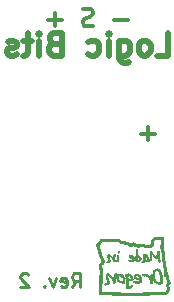
<source format=gbr>
G04 #@! TF.FileFunction,Legend,Bot*
%FSLAX46Y46*%
G04 Gerber Fmt 4.6, Leading zero omitted, Abs format (unit mm)*
G04 Created by KiCad (PCBNEW (2015-08-15 BZR 6092)-product) date 2/18/2016 8:20:52 PM*
%MOMM*%
G01*
G04 APERTURE LIST*
%ADD10C,0.100000*%
%ADD11C,0.300000*%
%ADD12C,0.285750*%
%ADD13C,0.476250*%
%ADD14C,0.002540*%
G04 APERTURE END LIST*
D10*
D11*
X145351428Y-94849143D02*
X144208571Y-94849143D01*
X144780000Y-95420571D02*
X144780000Y-94277714D01*
X143057142Y-85197143D02*
X141914285Y-85197143D01*
X140128571Y-85697143D02*
X139914285Y-85768571D01*
X139557142Y-85768571D01*
X139414285Y-85697143D01*
X139342856Y-85625714D01*
X139271428Y-85482857D01*
X139271428Y-85340000D01*
X139342856Y-85197143D01*
X139414285Y-85125714D01*
X139557142Y-85054286D01*
X139842856Y-84982857D01*
X139985714Y-84911429D01*
X140057142Y-84840000D01*
X140128571Y-84697143D01*
X140128571Y-84554286D01*
X140057142Y-84411429D01*
X139985714Y-84340000D01*
X139842856Y-84268571D01*
X139485714Y-84268571D01*
X139271428Y-84340000D01*
X137485714Y-85197143D02*
X136342857Y-85197143D01*
X136914286Y-85768571D02*
X136914286Y-84625714D01*
D12*
X138348356Y-107832071D02*
X138729356Y-107287786D01*
X139001499Y-107832071D02*
X139001499Y-106689071D01*
X138566071Y-106689071D01*
X138457213Y-106743500D01*
X138402785Y-106797929D01*
X138348356Y-106906786D01*
X138348356Y-107070071D01*
X138402785Y-107178929D01*
X138457213Y-107233357D01*
X138566071Y-107287786D01*
X139001499Y-107287786D01*
X137423071Y-107777643D02*
X137531928Y-107832071D01*
X137749642Y-107832071D01*
X137858499Y-107777643D01*
X137912928Y-107668786D01*
X137912928Y-107233357D01*
X137858499Y-107124500D01*
X137749642Y-107070071D01*
X137531928Y-107070071D01*
X137423071Y-107124500D01*
X137368642Y-107233357D01*
X137368642Y-107342214D01*
X137912928Y-107451071D01*
X136987642Y-107070071D02*
X136715499Y-107832071D01*
X136443357Y-107070071D01*
X136007928Y-107723214D02*
X135953500Y-107777643D01*
X136007928Y-107832071D01*
X136062357Y-107777643D01*
X136007928Y-107723214D01*
X136007928Y-107832071D01*
X134647214Y-106797929D02*
X134592785Y-106743500D01*
X134483928Y-106689071D01*
X134211785Y-106689071D01*
X134102928Y-106743500D01*
X134048499Y-106797929D01*
X133994071Y-106906786D01*
X133994071Y-107015643D01*
X134048499Y-107178929D01*
X134701642Y-107832071D01*
X133994071Y-107832071D01*
D13*
X145551071Y-88237786D02*
X146458214Y-88237786D01*
X146458214Y-86332786D01*
X144643928Y-88237786D02*
X144825356Y-88147071D01*
X144916071Y-88056357D01*
X145006785Y-87874929D01*
X145006785Y-87330643D01*
X144916071Y-87149214D01*
X144825356Y-87058500D01*
X144643928Y-86967786D01*
X144371785Y-86967786D01*
X144190356Y-87058500D01*
X144099642Y-87149214D01*
X144008928Y-87330643D01*
X144008928Y-87874929D01*
X144099642Y-88056357D01*
X144190356Y-88147071D01*
X144371785Y-88237786D01*
X144643928Y-88237786D01*
X142376071Y-86967786D02*
X142376071Y-88509929D01*
X142466785Y-88691357D01*
X142557500Y-88782071D01*
X142738928Y-88872786D01*
X143011071Y-88872786D01*
X143192500Y-88782071D01*
X142376071Y-88147071D02*
X142557500Y-88237786D01*
X142920357Y-88237786D01*
X143101785Y-88147071D01*
X143192500Y-88056357D01*
X143283214Y-87874929D01*
X143283214Y-87330643D01*
X143192500Y-87149214D01*
X143101785Y-87058500D01*
X142920357Y-86967786D01*
X142557500Y-86967786D01*
X142376071Y-87058500D01*
X141468929Y-88237786D02*
X141468929Y-86967786D01*
X141468929Y-86332786D02*
X141559643Y-86423500D01*
X141468929Y-86514214D01*
X141378214Y-86423500D01*
X141468929Y-86332786D01*
X141468929Y-86514214D01*
X139745357Y-88147071D02*
X139926786Y-88237786D01*
X140289643Y-88237786D01*
X140471071Y-88147071D01*
X140561786Y-88056357D01*
X140652500Y-87874929D01*
X140652500Y-87330643D01*
X140561786Y-87149214D01*
X140471071Y-87058500D01*
X140289643Y-86967786D01*
X139926786Y-86967786D01*
X139745357Y-87058500D01*
X136842500Y-87239929D02*
X136570357Y-87330643D01*
X136479642Y-87421357D01*
X136388928Y-87602786D01*
X136388928Y-87874929D01*
X136479642Y-88056357D01*
X136570357Y-88147071D01*
X136751785Y-88237786D01*
X137477500Y-88237786D01*
X137477500Y-86332786D01*
X136842500Y-86332786D01*
X136661071Y-86423500D01*
X136570357Y-86514214D01*
X136479642Y-86695643D01*
X136479642Y-86877071D01*
X136570357Y-87058500D01*
X136661071Y-87149214D01*
X136842500Y-87239929D01*
X137477500Y-87239929D01*
X135572500Y-88237786D02*
X135572500Y-86967786D01*
X135572500Y-86332786D02*
X135663214Y-86423500D01*
X135572500Y-86514214D01*
X135481785Y-86423500D01*
X135572500Y-86332786D01*
X135572500Y-86514214D01*
X134937499Y-86967786D02*
X134211785Y-86967786D01*
X134665357Y-86332786D02*
X134665357Y-87965643D01*
X134574642Y-88147071D01*
X134393214Y-88237786D01*
X134211785Y-88237786D01*
X133667500Y-88147071D02*
X133486071Y-88237786D01*
X133123214Y-88237786D01*
X132941786Y-88147071D01*
X132851071Y-87965643D01*
X132851071Y-87874929D01*
X132941786Y-87693500D01*
X133123214Y-87602786D01*
X133395357Y-87602786D01*
X133576786Y-87512071D01*
X133667500Y-87330643D01*
X133667500Y-87239929D01*
X133576786Y-87058500D01*
X133395357Y-86967786D01*
X133123214Y-86967786D01*
X132941786Y-87058500D01*
D14*
G36*
X140413740Y-104284780D02*
X140413740Y-104322880D01*
X140416280Y-104348280D01*
X140418820Y-104371140D01*
X140423900Y-104388920D01*
X140434060Y-104409240D01*
X140436600Y-104416860D01*
X140449300Y-104444800D01*
X140459460Y-104470200D01*
X140469620Y-104500680D01*
X140479780Y-104536240D01*
X140489940Y-104581960D01*
X140502640Y-104635300D01*
X140507720Y-104653080D01*
X140522960Y-104726740D01*
X140540740Y-104787700D01*
X140555980Y-104841040D01*
X140576300Y-104886760D01*
X140596620Y-104927400D01*
X140596620Y-104297480D01*
X140596620Y-104282240D01*
X140599160Y-104269540D01*
X140606780Y-104256840D01*
X140619480Y-104241600D01*
X140642340Y-104223820D01*
X140652500Y-104213660D01*
X140680440Y-104190800D01*
X140705840Y-104165400D01*
X140723620Y-104142540D01*
X140731240Y-104134920D01*
X140743940Y-104117140D01*
X140764260Y-104091740D01*
X140789660Y-104061260D01*
X140815060Y-104030780D01*
X140817600Y-104028240D01*
X140840460Y-104000300D01*
X140860780Y-103974900D01*
X140873480Y-103957120D01*
X140881100Y-103946960D01*
X140881100Y-103944420D01*
X140886180Y-103939340D01*
X140903960Y-103939340D01*
X140929360Y-103939340D01*
X140959840Y-103944420D01*
X140990320Y-103949500D01*
X141000480Y-103952040D01*
X141013180Y-103954580D01*
X141025880Y-103959660D01*
X141041120Y-103959660D01*
X141058900Y-103962200D01*
X141084300Y-103964740D01*
X141117320Y-103967280D01*
X141155420Y-103967280D01*
X141203680Y-103969820D01*
X141262100Y-103969820D01*
X141333220Y-103972360D01*
X141417040Y-103974900D01*
X141470380Y-103974900D01*
X141556740Y-103977440D01*
X141643100Y-103977440D01*
X141729460Y-103979980D01*
X141813280Y-103979980D01*
X141892020Y-103982520D01*
X141963140Y-103982520D01*
X142026640Y-103982520D01*
X142074900Y-103982520D01*
X142087600Y-103982520D01*
X142280640Y-103982520D01*
X142341600Y-104043480D01*
X142402560Y-104101900D01*
X142443200Y-104101900D01*
X142471140Y-104101900D01*
X142506700Y-104099360D01*
X142534640Y-104094280D01*
X142567660Y-104091740D01*
X142598140Y-104094280D01*
X142631160Y-104099360D01*
X142671800Y-104109520D01*
X142717520Y-104127300D01*
X142773400Y-104150160D01*
X142788640Y-104155240D01*
X142831820Y-104175560D01*
X142864840Y-104188260D01*
X142892780Y-104195880D01*
X142918180Y-104200960D01*
X142946120Y-104206040D01*
X142963900Y-104208580D01*
X143009620Y-104213660D01*
X143045180Y-104218740D01*
X143073120Y-104226360D01*
X143093440Y-104236520D01*
X143113760Y-104249220D01*
X143134080Y-104269540D01*
X143136620Y-104272080D01*
X143159480Y-104292400D01*
X143184880Y-104310180D01*
X143202660Y-104322880D01*
X143202660Y-104322880D01*
X143222980Y-104327960D01*
X143253460Y-104333040D01*
X143289020Y-104340660D01*
X143327120Y-104343200D01*
X143360140Y-104348280D01*
X143385540Y-104348280D01*
X143400780Y-104345740D01*
X143413480Y-104338120D01*
X143436340Y-104325420D01*
X143456660Y-104307640D01*
X143479520Y-104287320D01*
X143494760Y-104279700D01*
X143504920Y-104277160D01*
X143510000Y-104279700D01*
X143520160Y-104287320D01*
X143540480Y-104300020D01*
X143568420Y-104317800D01*
X143598900Y-104338120D01*
X143606520Y-104343200D01*
X143692880Y-104396540D01*
X143769080Y-104399080D01*
X143804640Y-104401620D01*
X143827500Y-104404160D01*
X143840200Y-104406700D01*
X143850360Y-104411780D01*
X143855440Y-104419400D01*
X143857980Y-104424480D01*
X143878300Y-104447340D01*
X143906240Y-104462580D01*
X143936720Y-104470200D01*
X143941800Y-104470200D01*
X143969740Y-104462580D01*
X143997680Y-104444800D01*
X144025620Y-104414320D01*
X144035780Y-104401620D01*
X144048480Y-104388920D01*
X144056100Y-104378760D01*
X144066260Y-104371140D01*
X144078960Y-104363520D01*
X144099280Y-104360980D01*
X144124680Y-104355900D01*
X144162780Y-104350820D01*
X144211040Y-104348280D01*
X144226280Y-104345740D01*
X144335500Y-104335580D01*
X144365980Y-104363520D01*
X144401540Y-104396540D01*
X144437100Y-104421940D01*
X144467580Y-104442260D01*
X144477740Y-104447340D01*
X144500600Y-104452420D01*
X144533620Y-104457500D01*
X144576800Y-104462580D01*
X144622520Y-104467660D01*
X144673320Y-104472740D01*
X144721580Y-104475280D01*
X144767300Y-104475280D01*
X144769840Y-104475280D01*
X144818100Y-104475280D01*
X144861280Y-104470200D01*
X144904460Y-104465120D01*
X144952720Y-104454960D01*
X144998440Y-104444800D01*
X145031460Y-104434640D01*
X145056860Y-104421940D01*
X145079720Y-104409240D01*
X145102580Y-104388920D01*
X145127980Y-104363520D01*
X145145760Y-104343200D01*
X145161000Y-104322880D01*
X145168620Y-104300020D01*
X145176240Y-104272080D01*
X145183860Y-104236520D01*
X145186400Y-104193340D01*
X145191480Y-104142540D01*
X145199100Y-104063800D01*
X145211800Y-103995220D01*
X145232120Y-103939340D01*
X145257520Y-103893620D01*
X145260060Y-103888540D01*
X145285460Y-103863140D01*
X145323560Y-103835200D01*
X145336260Y-103827580D01*
X145364200Y-103814880D01*
X145387060Y-103804720D01*
X145404840Y-103802180D01*
X145427700Y-103802180D01*
X145430240Y-103802180D01*
X145468340Y-103802180D01*
X145511520Y-103794560D01*
X145542000Y-103786940D01*
X145580100Y-103774240D01*
X145608040Y-103769160D01*
X145625820Y-103766620D01*
X145641060Y-103771700D01*
X145656300Y-103776780D01*
X145663920Y-103781860D01*
X145694400Y-103797100D01*
X145737580Y-103802180D01*
X145785840Y-103797100D01*
X145801080Y-103792020D01*
X145823940Y-103786940D01*
X145844260Y-103781860D01*
X145851880Y-103781860D01*
X145851880Y-103786940D01*
X145854420Y-103807260D01*
X145854420Y-103830120D01*
X145854420Y-103832660D01*
X145854420Y-103860600D01*
X145856960Y-103880920D01*
X145862040Y-103898700D01*
X145874740Y-103916480D01*
X145897600Y-103949500D01*
X145889980Y-104068880D01*
X145887440Y-104114600D01*
X145882360Y-104147620D01*
X145879820Y-104173020D01*
X145874740Y-104190800D01*
X145869660Y-104206040D01*
X145862040Y-104221280D01*
X145856960Y-104228900D01*
X145841720Y-104259380D01*
X145834100Y-104287320D01*
X145834100Y-104307640D01*
X145831560Y-104335580D01*
X145829020Y-104358440D01*
X145826480Y-104366060D01*
X145823940Y-104383840D01*
X145818860Y-104409240D01*
X145818860Y-104442260D01*
X145818860Y-104454960D01*
X145818860Y-104487980D01*
X145818860Y-104508300D01*
X145823940Y-104523540D01*
X145831560Y-104533700D01*
X145841720Y-104546400D01*
X145844260Y-104548940D01*
X145864580Y-104564180D01*
X145884900Y-104571800D01*
X145887440Y-104574340D01*
X145897600Y-104574340D01*
X145902680Y-104579420D01*
X145907760Y-104594660D01*
X145910300Y-104620060D01*
X145912840Y-104653080D01*
X145915380Y-104691180D01*
X145915380Y-104714040D01*
X145917920Y-104757220D01*
X145923000Y-104813100D01*
X145930620Y-104884220D01*
X145943320Y-104970580D01*
X145961100Y-105069640D01*
X145961100Y-105077260D01*
X145968720Y-105120440D01*
X145973800Y-105161080D01*
X145978880Y-105191560D01*
X145981420Y-105214420D01*
X145983960Y-105222040D01*
X145983960Y-105234740D01*
X145981420Y-105257600D01*
X145981420Y-105288080D01*
X145978880Y-105318560D01*
X145978880Y-105351580D01*
X145976340Y-105382060D01*
X145973800Y-105402380D01*
X145971260Y-105410000D01*
X145961100Y-105435400D01*
X145958560Y-105465880D01*
X145961100Y-105496360D01*
X145971260Y-105521760D01*
X145986500Y-105534460D01*
X145994120Y-105547160D01*
X146001740Y-105572560D01*
X146011900Y-105613200D01*
X146019520Y-105669080D01*
X146029680Y-105737660D01*
X146037300Y-105816400D01*
X146042380Y-105877360D01*
X146047460Y-105930700D01*
X146052540Y-105981500D01*
X146057620Y-106024680D01*
X146062700Y-106060240D01*
X146065240Y-106085640D01*
X146067780Y-106098340D01*
X146077940Y-106118660D01*
X146088100Y-106146600D01*
X146098260Y-106172000D01*
X146105880Y-106192320D01*
X146113500Y-106207560D01*
X146116040Y-106225340D01*
X146118580Y-106245660D01*
X146118580Y-106271060D01*
X146116040Y-106304080D01*
X146113500Y-106349800D01*
X146113500Y-106370120D01*
X146110960Y-106415840D01*
X146110960Y-106451400D01*
X146116040Y-106479340D01*
X146123660Y-106504740D01*
X146136360Y-106532680D01*
X146156680Y-106565700D01*
X146174460Y-106603800D01*
X146184620Y-106631740D01*
X146189700Y-106659680D01*
X146184620Y-106687620D01*
X146174460Y-106725720D01*
X146169380Y-106735880D01*
X146156680Y-106773980D01*
X146149060Y-106804460D01*
X146149060Y-106824780D01*
X146151600Y-106842560D01*
X146159220Y-106857800D01*
X146159220Y-106860340D01*
X146174460Y-106875580D01*
X146199860Y-106893360D01*
X146230340Y-106911140D01*
X146263360Y-106923840D01*
X146283680Y-106931460D01*
X146304000Y-106936540D01*
X146304000Y-107025440D01*
X146304000Y-107116880D01*
X146334480Y-107180380D01*
X146367500Y-107248960D01*
X146392900Y-107307380D01*
X146413220Y-107355640D01*
X146425920Y-107391200D01*
X146431000Y-107411520D01*
X146433540Y-107429300D01*
X146433540Y-107444540D01*
X146425920Y-107459780D01*
X146410680Y-107480100D01*
X146410680Y-107482640D01*
X146382740Y-107523280D01*
X146359880Y-107561380D01*
X146342100Y-107607100D01*
X146334480Y-107635040D01*
X146319240Y-107688380D01*
X146342100Y-107787440D01*
X146357340Y-107853480D01*
X146364960Y-107906820D01*
X146370040Y-107952540D01*
X146370040Y-107993180D01*
X146362420Y-108031280D01*
X146352260Y-108069380D01*
X146352260Y-108069380D01*
X146337020Y-108112560D01*
X146324320Y-108150660D01*
X146309080Y-108183680D01*
X146298920Y-108206540D01*
X146288760Y-108216700D01*
X146288760Y-108219240D01*
X146278600Y-108221780D01*
X146258280Y-108229400D01*
X146250660Y-108234480D01*
X146227800Y-108242100D01*
X146192240Y-108249720D01*
X146143980Y-108254800D01*
X146083020Y-108257340D01*
X146006820Y-108259880D01*
X145917920Y-108262420D01*
X145816320Y-108262420D01*
X145806160Y-108262420D01*
X145750280Y-108264960D01*
X145684240Y-108264960D01*
X145610580Y-108267500D01*
X145531840Y-108267500D01*
X145453100Y-108270040D01*
X145379440Y-108275120D01*
X145359120Y-108275120D01*
X145122900Y-108282740D01*
X144896840Y-108292900D01*
X144673320Y-108297980D01*
X144449800Y-108303060D01*
X144228820Y-108308140D01*
X144005300Y-108310680D01*
X143779240Y-108313220D01*
X143545560Y-108313220D01*
X143306800Y-108313220D01*
X143055340Y-108313220D01*
X142793720Y-108310680D01*
X142661640Y-108308140D01*
X142476220Y-108305600D01*
X142306040Y-108303060D01*
X142148560Y-108300520D01*
X142003780Y-108297980D01*
X141869160Y-108295440D01*
X141744700Y-108292900D01*
X141627860Y-108290360D01*
X141521180Y-108287820D01*
X141422120Y-108282740D01*
X141330680Y-108280200D01*
X141241780Y-108277660D01*
X141157960Y-108272580D01*
X141112240Y-108270040D01*
X141048740Y-108267500D01*
X140990320Y-108262420D01*
X140936980Y-108259880D01*
X140891260Y-108257340D01*
X140858240Y-108254800D01*
X140835380Y-108254800D01*
X140822680Y-108254800D01*
X140822680Y-108254800D01*
X140822680Y-108247180D01*
X140825220Y-108224320D01*
X140825220Y-108191300D01*
X140827760Y-108143040D01*
X140830300Y-108084620D01*
X140832840Y-108016040D01*
X140837920Y-107937300D01*
X140840460Y-107850940D01*
X140845540Y-107754420D01*
X140850620Y-107652820D01*
X140853160Y-107546140D01*
X140858240Y-107431840D01*
X140865860Y-107315000D01*
X140865860Y-107299760D01*
X140870940Y-107160060D01*
X140876020Y-107033060D01*
X140881100Y-106918760D01*
X140886180Y-106817160D01*
X140891260Y-106728260D01*
X140893800Y-106649520D01*
X140896340Y-106583480D01*
X140898880Y-106522520D01*
X140898880Y-106474260D01*
X140898880Y-106431080D01*
X140898880Y-106398060D01*
X140898880Y-106367580D01*
X140898880Y-106344720D01*
X140896340Y-106326940D01*
X140893800Y-106311700D01*
X140891260Y-106301540D01*
X140888720Y-106291380D01*
X140883640Y-106283760D01*
X140878560Y-106278680D01*
X140873480Y-106271060D01*
X140868400Y-106263440D01*
X140855700Y-106248200D01*
X140848080Y-106232960D01*
X140845540Y-106217720D01*
X140848080Y-106192320D01*
X140848080Y-106182160D01*
X140848080Y-106146600D01*
X140845540Y-106113580D01*
X140835380Y-106072940D01*
X140835380Y-106070400D01*
X140822680Y-106027220D01*
X140815060Y-105996740D01*
X140812520Y-105973880D01*
X140812520Y-105961180D01*
X140815060Y-105951020D01*
X140822680Y-105945940D01*
X140822680Y-105943400D01*
X140840460Y-105938320D01*
X140863320Y-105930700D01*
X140873480Y-105930700D01*
X140901420Y-105923080D01*
X140924280Y-105912920D01*
X140944600Y-105897680D01*
X140962380Y-105874820D01*
X140985240Y-105839260D01*
X141003020Y-105803700D01*
X141046200Y-105714800D01*
X141038580Y-105636060D01*
X141033500Y-105605580D01*
X141028420Y-105577640D01*
X141020800Y-105552240D01*
X141013180Y-105524300D01*
X141000480Y-105488740D01*
X140980160Y-105445560D01*
X140975080Y-105432860D01*
X140954760Y-105382060D01*
X140931900Y-105331260D01*
X140909040Y-105277920D01*
X140888720Y-105232200D01*
X140878560Y-105214420D01*
X140863320Y-105176320D01*
X140850620Y-105148380D01*
X140843000Y-105128060D01*
X140840460Y-105115360D01*
X140843000Y-105105200D01*
X140843000Y-105095040D01*
X140850620Y-105069640D01*
X140850620Y-105039160D01*
X140840460Y-105006140D01*
X140822680Y-104965500D01*
X140797280Y-104917240D01*
X140794740Y-104914700D01*
X140771880Y-104874060D01*
X140751560Y-104838500D01*
X140736320Y-104808020D01*
X140726160Y-104777540D01*
X140713460Y-104744520D01*
X140703300Y-104703880D01*
X140693140Y-104658160D01*
X140682980Y-104612440D01*
X140667740Y-104548940D01*
X140655040Y-104498140D01*
X140644880Y-104457500D01*
X140634720Y-104424480D01*
X140624560Y-104396540D01*
X140616940Y-104373680D01*
X140609320Y-104363520D01*
X140601700Y-104335580D01*
X140596620Y-104305100D01*
X140596620Y-104297480D01*
X140596620Y-104927400D01*
X140599160Y-104929940D01*
X140604240Y-104945180D01*
X140622020Y-104973120D01*
X140632180Y-104995980D01*
X140637260Y-105008680D01*
X140637260Y-105018840D01*
X140632180Y-105029000D01*
X140629640Y-105046780D01*
X140627100Y-105064560D01*
X140632180Y-105087420D01*
X140639800Y-105115360D01*
X140655040Y-105150920D01*
X140675360Y-105199180D01*
X140690600Y-105229660D01*
X140726160Y-105310940D01*
X140761720Y-105387140D01*
X140789660Y-105455720D01*
X140815060Y-105516680D01*
X140835380Y-105567480D01*
X140848080Y-105608120D01*
X140855700Y-105636060D01*
X140855700Y-105638600D01*
X140860780Y-105666540D01*
X140858240Y-105684320D01*
X140853160Y-105704640D01*
X140845540Y-105717340D01*
X140835380Y-105737660D01*
X140822680Y-105750360D01*
X140807440Y-105757980D01*
X140784580Y-105763060D01*
X140771880Y-105765600D01*
X140756640Y-105768140D01*
X140738860Y-105778300D01*
X140721080Y-105793540D01*
X140693140Y-105818940D01*
X140685520Y-105829100D01*
X140660120Y-105854500D01*
X140642340Y-105872280D01*
X140632180Y-105884980D01*
X140627100Y-105897680D01*
X140627100Y-105912920D01*
X140627100Y-105923080D01*
X140629640Y-105976420D01*
X140642340Y-106037380D01*
X140657580Y-106100880D01*
X140665200Y-106128820D01*
X140667740Y-106151680D01*
X140667740Y-106174540D01*
X140665200Y-106205020D01*
X140662660Y-106210100D01*
X140660120Y-106243120D01*
X140660120Y-106271060D01*
X140667740Y-106293920D01*
X140685520Y-106321860D01*
X140703300Y-106344720D01*
X140726160Y-106372660D01*
X140682980Y-107353100D01*
X140677900Y-107472480D01*
X140672820Y-107589320D01*
X140667740Y-107701080D01*
X140662660Y-107807760D01*
X140660120Y-107906820D01*
X140655040Y-107998260D01*
X140652500Y-108082080D01*
X140649960Y-108155740D01*
X140647420Y-108219240D01*
X140644880Y-108272580D01*
X140644880Y-108313220D01*
X140644880Y-108341160D01*
X140644880Y-108356400D01*
X140644880Y-108356400D01*
X140655040Y-108381800D01*
X140675360Y-108404660D01*
X140698220Y-108419900D01*
X140703300Y-108422440D01*
X140716000Y-108424980D01*
X140743940Y-108427520D01*
X140782040Y-108430060D01*
X140830300Y-108435140D01*
X140888720Y-108437680D01*
X140952220Y-108442760D01*
X141025880Y-108445300D01*
X141102080Y-108450380D01*
X141183360Y-108452920D01*
X141264640Y-108458000D01*
X141348460Y-108460540D01*
X141429740Y-108463080D01*
X141511020Y-108465620D01*
X141587220Y-108468160D01*
X141658340Y-108470700D01*
X141701520Y-108473240D01*
X141762480Y-108473240D01*
X141836140Y-108475780D01*
X141919960Y-108475780D01*
X142011400Y-108478320D01*
X142113000Y-108480860D01*
X142219680Y-108480860D01*
X142328900Y-108483400D01*
X142443200Y-108483400D01*
X142554960Y-108485940D01*
X142664180Y-108488480D01*
X142707360Y-108488480D01*
X142808960Y-108488480D01*
X142910560Y-108491020D01*
X143009620Y-108491020D01*
X143106140Y-108493560D01*
X143195040Y-108493560D01*
X143278860Y-108493560D01*
X143352520Y-108496100D01*
X143416020Y-108496100D01*
X143469360Y-108496100D01*
X143510000Y-108496100D01*
X143532860Y-108496100D01*
X143568420Y-108496100D01*
X143619220Y-108496100D01*
X143680180Y-108496100D01*
X143751300Y-108496100D01*
X143827500Y-108496100D01*
X143908780Y-108493560D01*
X143992600Y-108493560D01*
X144076420Y-108491020D01*
X144111980Y-108491020D01*
X144266920Y-108488480D01*
X144416780Y-108483400D01*
X144564100Y-108480860D01*
X144703800Y-108475780D01*
X144835880Y-108473240D01*
X144960340Y-108468160D01*
X145074640Y-108465620D01*
X145176240Y-108463080D01*
X145262600Y-108458000D01*
X145280380Y-108458000D01*
X145336260Y-108455460D01*
X145402300Y-108452920D01*
X145473420Y-108452920D01*
X145544540Y-108450380D01*
X145613120Y-108450380D01*
X145638520Y-108450380D01*
X145704560Y-108450380D01*
X145778220Y-108447840D01*
X145859500Y-108447840D01*
X145938240Y-108442760D01*
X146014440Y-108440220D01*
X146052540Y-108440220D01*
X146268440Y-108427520D01*
X146339560Y-108394500D01*
X146372580Y-108376720D01*
X146397980Y-108364020D01*
X146415760Y-108351320D01*
X146420840Y-108346240D01*
X146436080Y-108325920D01*
X146451320Y-108295440D01*
X146471640Y-108254800D01*
X146489420Y-108211620D01*
X146507200Y-108168440D01*
X146522440Y-108130340D01*
X146535140Y-108089700D01*
X146542760Y-108056680D01*
X146547840Y-108031280D01*
X146550380Y-108000800D01*
X146550380Y-107980480D01*
X146545300Y-107906820D01*
X146532600Y-107823000D01*
X146517360Y-107749340D01*
X146509740Y-107713780D01*
X146509740Y-107685840D01*
X146517360Y-107655360D01*
X146532600Y-107622340D01*
X146555460Y-107584240D01*
X146570700Y-107566460D01*
X146593560Y-107530900D01*
X146608800Y-107505500D01*
X146616420Y-107480100D01*
X146618960Y-107454700D01*
X146616420Y-107421680D01*
X146608800Y-107383580D01*
X146601180Y-107353100D01*
X146588480Y-107312460D01*
X146570700Y-107266740D01*
X146550380Y-107213400D01*
X146524980Y-107162600D01*
X146504660Y-107119420D01*
X146497040Y-107101640D01*
X146489420Y-107086400D01*
X146486880Y-107068620D01*
X146484340Y-107048300D01*
X146484340Y-107017820D01*
X146484340Y-106977180D01*
X146484340Y-106972100D01*
X146481800Y-106923840D01*
X146479260Y-106883200D01*
X146474180Y-106855260D01*
X146461480Y-106832400D01*
X146443700Y-106812080D01*
X146415760Y-106794300D01*
X146377660Y-106773980D01*
X146357340Y-106763820D01*
X146357340Y-106756200D01*
X146359880Y-106738420D01*
X146364960Y-106713020D01*
X146367500Y-106705400D01*
X146372580Y-106659680D01*
X146372580Y-106629200D01*
X146372580Y-106621580D01*
X146359880Y-106578400D01*
X146339560Y-106532680D01*
X146316700Y-106486960D01*
X146309080Y-106474260D01*
X146301460Y-106461560D01*
X146296380Y-106448860D01*
X146291300Y-106433620D01*
X146291300Y-106415840D01*
X146291300Y-106392980D01*
X146291300Y-106362500D01*
X146296380Y-106319320D01*
X146301460Y-106265980D01*
X146301460Y-106263440D01*
X146301460Y-106238040D01*
X146301460Y-106212640D01*
X146293840Y-106184700D01*
X146286220Y-106156760D01*
X146273520Y-106123740D01*
X146263360Y-106093260D01*
X146253200Y-106070400D01*
X146250660Y-106065320D01*
X146245580Y-106052620D01*
X146240500Y-106032300D01*
X146237960Y-106004360D01*
X146232880Y-105966260D01*
X146227800Y-105915460D01*
X146222720Y-105854500D01*
X146215100Y-105785920D01*
X146207480Y-105719880D01*
X146199860Y-105656380D01*
X146189700Y-105595420D01*
X146182080Y-105542080D01*
X146174460Y-105498900D01*
X146164300Y-105468420D01*
X146161760Y-105458260D01*
X146161760Y-105440480D01*
X146164300Y-105422700D01*
X146166840Y-105397300D01*
X146161760Y-105361740D01*
X146161760Y-105361740D01*
X146156680Y-105328720D01*
X146159220Y-105293160D01*
X146161760Y-105275380D01*
X146164300Y-105252520D01*
X146166840Y-105232200D01*
X146164300Y-105209340D01*
X146161760Y-105181400D01*
X146154140Y-105140760D01*
X146151600Y-105125520D01*
X146133820Y-105031540D01*
X146121120Y-104945180D01*
X146110960Y-104863900D01*
X146103340Y-104782620D01*
X146095720Y-104693720D01*
X146090640Y-104617520D01*
X146088100Y-104551480D01*
X146083020Y-104500680D01*
X146080480Y-104460040D01*
X146075400Y-104429560D01*
X146072860Y-104406700D01*
X146065240Y-104388920D01*
X146057620Y-104376220D01*
X146047460Y-104368600D01*
X146039840Y-104360980D01*
X146027140Y-104350820D01*
X146022060Y-104338120D01*
X146024600Y-104320340D01*
X146032220Y-104294940D01*
X146042380Y-104269540D01*
X146042380Y-104269540D01*
X146050000Y-104256840D01*
X146052540Y-104246680D01*
X146057620Y-104233980D01*
X146060160Y-104216200D01*
X146062700Y-104193340D01*
X146065240Y-104162860D01*
X146067780Y-104119680D01*
X146072860Y-104066340D01*
X146072860Y-104038400D01*
X146083020Y-103886000D01*
X146057620Y-103855520D01*
X146032220Y-103825040D01*
X146039840Y-103748840D01*
X146042380Y-103700580D01*
X146042380Y-103665020D01*
X146039840Y-103639620D01*
X146029680Y-103619300D01*
X146016980Y-103604060D01*
X146014440Y-103601520D01*
X145999200Y-103588820D01*
X145981420Y-103583740D01*
X145958560Y-103581200D01*
X145930620Y-103581200D01*
X145892520Y-103588820D01*
X145841720Y-103598980D01*
X145836640Y-103601520D01*
X145745200Y-103621840D01*
X145709640Y-103601520D01*
X145684240Y-103588820D01*
X145661380Y-103581200D01*
X145633440Y-103581200D01*
X145602960Y-103586280D01*
X145559780Y-103593900D01*
X145529300Y-103601520D01*
X145493740Y-103611680D01*
X145465800Y-103619300D01*
X145448020Y-103621840D01*
X145430240Y-103619300D01*
X145417540Y-103616760D01*
X145397220Y-103614220D01*
X145379440Y-103614220D01*
X145359120Y-103616760D01*
X145333720Y-103626920D01*
X145303240Y-103642160D01*
X145270220Y-103659940D01*
X145229580Y-103682800D01*
X145199100Y-103700580D01*
X145176240Y-103718360D01*
X145158460Y-103733600D01*
X145140680Y-103751380D01*
X145122900Y-103774240D01*
X145102580Y-103797100D01*
X145087340Y-103819960D01*
X145077180Y-103840280D01*
X145067020Y-103865680D01*
X145054320Y-103898700D01*
X145041620Y-103941880D01*
X145039080Y-103952040D01*
X145026380Y-104000300D01*
X145018760Y-104040940D01*
X145013680Y-104079040D01*
X145008600Y-104122220D01*
X145008600Y-104137460D01*
X145006060Y-104183180D01*
X145003520Y-104216200D01*
X144995900Y-104239060D01*
X144983200Y-104254300D01*
X144962880Y-104267000D01*
X144932400Y-104274620D01*
X144904460Y-104282240D01*
X144843500Y-104292400D01*
X144772380Y-104297480D01*
X144693640Y-104294940D01*
X144619980Y-104287320D01*
X144541240Y-104279700D01*
X144475200Y-104221280D01*
X144449800Y-104195880D01*
X144424400Y-104178100D01*
X144404080Y-104162860D01*
X144393920Y-104157780D01*
X144378680Y-104157780D01*
X144353280Y-104157780D01*
X144315180Y-104157780D01*
X144272000Y-104162860D01*
X144221200Y-104165400D01*
X144170400Y-104170480D01*
X144119600Y-104175560D01*
X144076420Y-104180640D01*
X144033240Y-104188260D01*
X144002760Y-104193340D01*
X143982440Y-104203500D01*
X143969740Y-104208580D01*
X143959580Y-104216200D01*
X143949420Y-104221280D01*
X143934180Y-104223820D01*
X143913860Y-104223820D01*
X143885920Y-104223820D01*
X143847820Y-104223820D01*
X143746220Y-104221280D01*
X143642080Y-104152700D01*
X143603980Y-104127300D01*
X143570960Y-104106980D01*
X143543020Y-104089200D01*
X143522700Y-104079040D01*
X143515080Y-104073960D01*
X143487140Y-104066340D01*
X143461740Y-104071420D01*
X143431260Y-104086660D01*
X143395700Y-104117140D01*
X143393160Y-104119680D01*
X143370300Y-104140000D01*
X143352520Y-104152700D01*
X143337280Y-104160320D01*
X143322040Y-104162860D01*
X143316960Y-104162860D01*
X143299180Y-104160320D01*
X143286480Y-104157780D01*
X143268700Y-104145080D01*
X143248380Y-104127300D01*
X143238220Y-104117140D01*
X143207740Y-104091740D01*
X143174720Y-104071420D01*
X143136620Y-104056180D01*
X143093440Y-104046020D01*
X143037560Y-104035860D01*
X143009620Y-104033320D01*
X142971520Y-104028240D01*
X142941040Y-104020620D01*
X142910560Y-104010460D01*
X142875000Y-103997760D01*
X142844520Y-103985060D01*
X142801340Y-103967280D01*
X142753080Y-103949500D01*
X142707360Y-103934260D01*
X142679420Y-103926640D01*
X142641320Y-103919020D01*
X142613380Y-103911400D01*
X142590520Y-103911400D01*
X142567660Y-103911400D01*
X142537180Y-103913940D01*
X142476220Y-103921560D01*
X142417800Y-103868220D01*
X142382240Y-103835200D01*
X142354300Y-103814880D01*
X142336520Y-103809800D01*
X142323820Y-103807260D01*
X142295880Y-103807260D01*
X142260320Y-103804720D01*
X142214600Y-103804720D01*
X142163800Y-103804720D01*
X142107920Y-103804720D01*
X142105380Y-103804720D01*
X142021560Y-103804720D01*
X141932660Y-103802180D01*
X141841220Y-103802180D01*
X141749780Y-103802180D01*
X141658340Y-103799640D01*
X141569440Y-103797100D01*
X141485620Y-103797100D01*
X141404340Y-103794560D01*
X141328140Y-103792020D01*
X141259560Y-103789480D01*
X141201140Y-103786940D01*
X141150340Y-103784400D01*
X141112240Y-103781860D01*
X141086840Y-103779320D01*
X141074140Y-103776780D01*
X141056360Y-103774240D01*
X141023340Y-103769160D01*
X140985240Y-103764080D01*
X140944600Y-103761540D01*
X140924280Y-103759000D01*
X140878560Y-103756460D01*
X140845540Y-103753920D01*
X140822680Y-103753920D01*
X140804900Y-103753920D01*
X140792200Y-103756460D01*
X140782040Y-103761540D01*
X140779500Y-103764080D01*
X140754100Y-103784400D01*
X140731240Y-103817420D01*
X140721080Y-103852980D01*
X140713460Y-103868220D01*
X140698220Y-103891080D01*
X140677900Y-103913940D01*
X140672820Y-103921560D01*
X140647420Y-103952040D01*
X140624560Y-103979980D01*
X140604240Y-104002840D01*
X140601700Y-104007920D01*
X140586460Y-104025700D01*
X140561060Y-104051100D01*
X140533120Y-104079040D01*
X140505180Y-104106980D01*
X140477240Y-104132380D01*
X140451840Y-104155240D01*
X140434060Y-104173020D01*
X140423900Y-104185720D01*
X140423900Y-104185720D01*
X140418820Y-104203500D01*
X140413740Y-104233980D01*
X140413740Y-104274620D01*
X140413740Y-104284780D01*
X140413740Y-104284780D01*
X140413740Y-104284780D01*
G37*
X140413740Y-104284780D02*
X140413740Y-104322880D01*
X140416280Y-104348280D01*
X140418820Y-104371140D01*
X140423900Y-104388920D01*
X140434060Y-104409240D01*
X140436600Y-104416860D01*
X140449300Y-104444800D01*
X140459460Y-104470200D01*
X140469620Y-104500680D01*
X140479780Y-104536240D01*
X140489940Y-104581960D01*
X140502640Y-104635300D01*
X140507720Y-104653080D01*
X140522960Y-104726740D01*
X140540740Y-104787700D01*
X140555980Y-104841040D01*
X140576300Y-104886760D01*
X140596620Y-104927400D01*
X140596620Y-104297480D01*
X140596620Y-104282240D01*
X140599160Y-104269540D01*
X140606780Y-104256840D01*
X140619480Y-104241600D01*
X140642340Y-104223820D01*
X140652500Y-104213660D01*
X140680440Y-104190800D01*
X140705840Y-104165400D01*
X140723620Y-104142540D01*
X140731240Y-104134920D01*
X140743940Y-104117140D01*
X140764260Y-104091740D01*
X140789660Y-104061260D01*
X140815060Y-104030780D01*
X140817600Y-104028240D01*
X140840460Y-104000300D01*
X140860780Y-103974900D01*
X140873480Y-103957120D01*
X140881100Y-103946960D01*
X140881100Y-103944420D01*
X140886180Y-103939340D01*
X140903960Y-103939340D01*
X140929360Y-103939340D01*
X140959840Y-103944420D01*
X140990320Y-103949500D01*
X141000480Y-103952040D01*
X141013180Y-103954580D01*
X141025880Y-103959660D01*
X141041120Y-103959660D01*
X141058900Y-103962200D01*
X141084300Y-103964740D01*
X141117320Y-103967280D01*
X141155420Y-103967280D01*
X141203680Y-103969820D01*
X141262100Y-103969820D01*
X141333220Y-103972360D01*
X141417040Y-103974900D01*
X141470380Y-103974900D01*
X141556740Y-103977440D01*
X141643100Y-103977440D01*
X141729460Y-103979980D01*
X141813280Y-103979980D01*
X141892020Y-103982520D01*
X141963140Y-103982520D01*
X142026640Y-103982520D01*
X142074900Y-103982520D01*
X142087600Y-103982520D01*
X142280640Y-103982520D01*
X142341600Y-104043480D01*
X142402560Y-104101900D01*
X142443200Y-104101900D01*
X142471140Y-104101900D01*
X142506700Y-104099360D01*
X142534640Y-104094280D01*
X142567660Y-104091740D01*
X142598140Y-104094280D01*
X142631160Y-104099360D01*
X142671800Y-104109520D01*
X142717520Y-104127300D01*
X142773400Y-104150160D01*
X142788640Y-104155240D01*
X142831820Y-104175560D01*
X142864840Y-104188260D01*
X142892780Y-104195880D01*
X142918180Y-104200960D01*
X142946120Y-104206040D01*
X142963900Y-104208580D01*
X143009620Y-104213660D01*
X143045180Y-104218740D01*
X143073120Y-104226360D01*
X143093440Y-104236520D01*
X143113760Y-104249220D01*
X143134080Y-104269540D01*
X143136620Y-104272080D01*
X143159480Y-104292400D01*
X143184880Y-104310180D01*
X143202660Y-104322880D01*
X143202660Y-104322880D01*
X143222980Y-104327960D01*
X143253460Y-104333040D01*
X143289020Y-104340660D01*
X143327120Y-104343200D01*
X143360140Y-104348280D01*
X143385540Y-104348280D01*
X143400780Y-104345740D01*
X143413480Y-104338120D01*
X143436340Y-104325420D01*
X143456660Y-104307640D01*
X143479520Y-104287320D01*
X143494760Y-104279700D01*
X143504920Y-104277160D01*
X143510000Y-104279700D01*
X143520160Y-104287320D01*
X143540480Y-104300020D01*
X143568420Y-104317800D01*
X143598900Y-104338120D01*
X143606520Y-104343200D01*
X143692880Y-104396540D01*
X143769080Y-104399080D01*
X143804640Y-104401620D01*
X143827500Y-104404160D01*
X143840200Y-104406700D01*
X143850360Y-104411780D01*
X143855440Y-104419400D01*
X143857980Y-104424480D01*
X143878300Y-104447340D01*
X143906240Y-104462580D01*
X143936720Y-104470200D01*
X143941800Y-104470200D01*
X143969740Y-104462580D01*
X143997680Y-104444800D01*
X144025620Y-104414320D01*
X144035780Y-104401620D01*
X144048480Y-104388920D01*
X144056100Y-104378760D01*
X144066260Y-104371140D01*
X144078960Y-104363520D01*
X144099280Y-104360980D01*
X144124680Y-104355900D01*
X144162780Y-104350820D01*
X144211040Y-104348280D01*
X144226280Y-104345740D01*
X144335500Y-104335580D01*
X144365980Y-104363520D01*
X144401540Y-104396540D01*
X144437100Y-104421940D01*
X144467580Y-104442260D01*
X144477740Y-104447340D01*
X144500600Y-104452420D01*
X144533620Y-104457500D01*
X144576800Y-104462580D01*
X144622520Y-104467660D01*
X144673320Y-104472740D01*
X144721580Y-104475280D01*
X144767300Y-104475280D01*
X144769840Y-104475280D01*
X144818100Y-104475280D01*
X144861280Y-104470200D01*
X144904460Y-104465120D01*
X144952720Y-104454960D01*
X144998440Y-104444800D01*
X145031460Y-104434640D01*
X145056860Y-104421940D01*
X145079720Y-104409240D01*
X145102580Y-104388920D01*
X145127980Y-104363520D01*
X145145760Y-104343200D01*
X145161000Y-104322880D01*
X145168620Y-104300020D01*
X145176240Y-104272080D01*
X145183860Y-104236520D01*
X145186400Y-104193340D01*
X145191480Y-104142540D01*
X145199100Y-104063800D01*
X145211800Y-103995220D01*
X145232120Y-103939340D01*
X145257520Y-103893620D01*
X145260060Y-103888540D01*
X145285460Y-103863140D01*
X145323560Y-103835200D01*
X145336260Y-103827580D01*
X145364200Y-103814880D01*
X145387060Y-103804720D01*
X145404840Y-103802180D01*
X145427700Y-103802180D01*
X145430240Y-103802180D01*
X145468340Y-103802180D01*
X145511520Y-103794560D01*
X145542000Y-103786940D01*
X145580100Y-103774240D01*
X145608040Y-103769160D01*
X145625820Y-103766620D01*
X145641060Y-103771700D01*
X145656300Y-103776780D01*
X145663920Y-103781860D01*
X145694400Y-103797100D01*
X145737580Y-103802180D01*
X145785840Y-103797100D01*
X145801080Y-103792020D01*
X145823940Y-103786940D01*
X145844260Y-103781860D01*
X145851880Y-103781860D01*
X145851880Y-103786940D01*
X145854420Y-103807260D01*
X145854420Y-103830120D01*
X145854420Y-103832660D01*
X145854420Y-103860600D01*
X145856960Y-103880920D01*
X145862040Y-103898700D01*
X145874740Y-103916480D01*
X145897600Y-103949500D01*
X145889980Y-104068880D01*
X145887440Y-104114600D01*
X145882360Y-104147620D01*
X145879820Y-104173020D01*
X145874740Y-104190800D01*
X145869660Y-104206040D01*
X145862040Y-104221280D01*
X145856960Y-104228900D01*
X145841720Y-104259380D01*
X145834100Y-104287320D01*
X145834100Y-104307640D01*
X145831560Y-104335580D01*
X145829020Y-104358440D01*
X145826480Y-104366060D01*
X145823940Y-104383840D01*
X145818860Y-104409240D01*
X145818860Y-104442260D01*
X145818860Y-104454960D01*
X145818860Y-104487980D01*
X145818860Y-104508300D01*
X145823940Y-104523540D01*
X145831560Y-104533700D01*
X145841720Y-104546400D01*
X145844260Y-104548940D01*
X145864580Y-104564180D01*
X145884900Y-104571800D01*
X145887440Y-104574340D01*
X145897600Y-104574340D01*
X145902680Y-104579420D01*
X145907760Y-104594660D01*
X145910300Y-104620060D01*
X145912840Y-104653080D01*
X145915380Y-104691180D01*
X145915380Y-104714040D01*
X145917920Y-104757220D01*
X145923000Y-104813100D01*
X145930620Y-104884220D01*
X145943320Y-104970580D01*
X145961100Y-105069640D01*
X145961100Y-105077260D01*
X145968720Y-105120440D01*
X145973800Y-105161080D01*
X145978880Y-105191560D01*
X145981420Y-105214420D01*
X145983960Y-105222040D01*
X145983960Y-105234740D01*
X145981420Y-105257600D01*
X145981420Y-105288080D01*
X145978880Y-105318560D01*
X145978880Y-105351580D01*
X145976340Y-105382060D01*
X145973800Y-105402380D01*
X145971260Y-105410000D01*
X145961100Y-105435400D01*
X145958560Y-105465880D01*
X145961100Y-105496360D01*
X145971260Y-105521760D01*
X145986500Y-105534460D01*
X145994120Y-105547160D01*
X146001740Y-105572560D01*
X146011900Y-105613200D01*
X146019520Y-105669080D01*
X146029680Y-105737660D01*
X146037300Y-105816400D01*
X146042380Y-105877360D01*
X146047460Y-105930700D01*
X146052540Y-105981500D01*
X146057620Y-106024680D01*
X146062700Y-106060240D01*
X146065240Y-106085640D01*
X146067780Y-106098340D01*
X146077940Y-106118660D01*
X146088100Y-106146600D01*
X146098260Y-106172000D01*
X146105880Y-106192320D01*
X146113500Y-106207560D01*
X146116040Y-106225340D01*
X146118580Y-106245660D01*
X146118580Y-106271060D01*
X146116040Y-106304080D01*
X146113500Y-106349800D01*
X146113500Y-106370120D01*
X146110960Y-106415840D01*
X146110960Y-106451400D01*
X146116040Y-106479340D01*
X146123660Y-106504740D01*
X146136360Y-106532680D01*
X146156680Y-106565700D01*
X146174460Y-106603800D01*
X146184620Y-106631740D01*
X146189700Y-106659680D01*
X146184620Y-106687620D01*
X146174460Y-106725720D01*
X146169380Y-106735880D01*
X146156680Y-106773980D01*
X146149060Y-106804460D01*
X146149060Y-106824780D01*
X146151600Y-106842560D01*
X146159220Y-106857800D01*
X146159220Y-106860340D01*
X146174460Y-106875580D01*
X146199860Y-106893360D01*
X146230340Y-106911140D01*
X146263360Y-106923840D01*
X146283680Y-106931460D01*
X146304000Y-106936540D01*
X146304000Y-107025440D01*
X146304000Y-107116880D01*
X146334480Y-107180380D01*
X146367500Y-107248960D01*
X146392900Y-107307380D01*
X146413220Y-107355640D01*
X146425920Y-107391200D01*
X146431000Y-107411520D01*
X146433540Y-107429300D01*
X146433540Y-107444540D01*
X146425920Y-107459780D01*
X146410680Y-107480100D01*
X146410680Y-107482640D01*
X146382740Y-107523280D01*
X146359880Y-107561380D01*
X146342100Y-107607100D01*
X146334480Y-107635040D01*
X146319240Y-107688380D01*
X146342100Y-107787440D01*
X146357340Y-107853480D01*
X146364960Y-107906820D01*
X146370040Y-107952540D01*
X146370040Y-107993180D01*
X146362420Y-108031280D01*
X146352260Y-108069380D01*
X146352260Y-108069380D01*
X146337020Y-108112560D01*
X146324320Y-108150660D01*
X146309080Y-108183680D01*
X146298920Y-108206540D01*
X146288760Y-108216700D01*
X146288760Y-108219240D01*
X146278600Y-108221780D01*
X146258280Y-108229400D01*
X146250660Y-108234480D01*
X146227800Y-108242100D01*
X146192240Y-108249720D01*
X146143980Y-108254800D01*
X146083020Y-108257340D01*
X146006820Y-108259880D01*
X145917920Y-108262420D01*
X145816320Y-108262420D01*
X145806160Y-108262420D01*
X145750280Y-108264960D01*
X145684240Y-108264960D01*
X145610580Y-108267500D01*
X145531840Y-108267500D01*
X145453100Y-108270040D01*
X145379440Y-108275120D01*
X145359120Y-108275120D01*
X145122900Y-108282740D01*
X144896840Y-108292900D01*
X144673320Y-108297980D01*
X144449800Y-108303060D01*
X144228820Y-108308140D01*
X144005300Y-108310680D01*
X143779240Y-108313220D01*
X143545560Y-108313220D01*
X143306800Y-108313220D01*
X143055340Y-108313220D01*
X142793720Y-108310680D01*
X142661640Y-108308140D01*
X142476220Y-108305600D01*
X142306040Y-108303060D01*
X142148560Y-108300520D01*
X142003780Y-108297980D01*
X141869160Y-108295440D01*
X141744700Y-108292900D01*
X141627860Y-108290360D01*
X141521180Y-108287820D01*
X141422120Y-108282740D01*
X141330680Y-108280200D01*
X141241780Y-108277660D01*
X141157960Y-108272580D01*
X141112240Y-108270040D01*
X141048740Y-108267500D01*
X140990320Y-108262420D01*
X140936980Y-108259880D01*
X140891260Y-108257340D01*
X140858240Y-108254800D01*
X140835380Y-108254800D01*
X140822680Y-108254800D01*
X140822680Y-108254800D01*
X140822680Y-108247180D01*
X140825220Y-108224320D01*
X140825220Y-108191300D01*
X140827760Y-108143040D01*
X140830300Y-108084620D01*
X140832840Y-108016040D01*
X140837920Y-107937300D01*
X140840460Y-107850940D01*
X140845540Y-107754420D01*
X140850620Y-107652820D01*
X140853160Y-107546140D01*
X140858240Y-107431840D01*
X140865860Y-107315000D01*
X140865860Y-107299760D01*
X140870940Y-107160060D01*
X140876020Y-107033060D01*
X140881100Y-106918760D01*
X140886180Y-106817160D01*
X140891260Y-106728260D01*
X140893800Y-106649520D01*
X140896340Y-106583480D01*
X140898880Y-106522520D01*
X140898880Y-106474260D01*
X140898880Y-106431080D01*
X140898880Y-106398060D01*
X140898880Y-106367580D01*
X140898880Y-106344720D01*
X140896340Y-106326940D01*
X140893800Y-106311700D01*
X140891260Y-106301540D01*
X140888720Y-106291380D01*
X140883640Y-106283760D01*
X140878560Y-106278680D01*
X140873480Y-106271060D01*
X140868400Y-106263440D01*
X140855700Y-106248200D01*
X140848080Y-106232960D01*
X140845540Y-106217720D01*
X140848080Y-106192320D01*
X140848080Y-106182160D01*
X140848080Y-106146600D01*
X140845540Y-106113580D01*
X140835380Y-106072940D01*
X140835380Y-106070400D01*
X140822680Y-106027220D01*
X140815060Y-105996740D01*
X140812520Y-105973880D01*
X140812520Y-105961180D01*
X140815060Y-105951020D01*
X140822680Y-105945940D01*
X140822680Y-105943400D01*
X140840460Y-105938320D01*
X140863320Y-105930700D01*
X140873480Y-105930700D01*
X140901420Y-105923080D01*
X140924280Y-105912920D01*
X140944600Y-105897680D01*
X140962380Y-105874820D01*
X140985240Y-105839260D01*
X141003020Y-105803700D01*
X141046200Y-105714800D01*
X141038580Y-105636060D01*
X141033500Y-105605580D01*
X141028420Y-105577640D01*
X141020800Y-105552240D01*
X141013180Y-105524300D01*
X141000480Y-105488740D01*
X140980160Y-105445560D01*
X140975080Y-105432860D01*
X140954760Y-105382060D01*
X140931900Y-105331260D01*
X140909040Y-105277920D01*
X140888720Y-105232200D01*
X140878560Y-105214420D01*
X140863320Y-105176320D01*
X140850620Y-105148380D01*
X140843000Y-105128060D01*
X140840460Y-105115360D01*
X140843000Y-105105200D01*
X140843000Y-105095040D01*
X140850620Y-105069640D01*
X140850620Y-105039160D01*
X140840460Y-105006140D01*
X140822680Y-104965500D01*
X140797280Y-104917240D01*
X140794740Y-104914700D01*
X140771880Y-104874060D01*
X140751560Y-104838500D01*
X140736320Y-104808020D01*
X140726160Y-104777540D01*
X140713460Y-104744520D01*
X140703300Y-104703880D01*
X140693140Y-104658160D01*
X140682980Y-104612440D01*
X140667740Y-104548940D01*
X140655040Y-104498140D01*
X140644880Y-104457500D01*
X140634720Y-104424480D01*
X140624560Y-104396540D01*
X140616940Y-104373680D01*
X140609320Y-104363520D01*
X140601700Y-104335580D01*
X140596620Y-104305100D01*
X140596620Y-104297480D01*
X140596620Y-104927400D01*
X140599160Y-104929940D01*
X140604240Y-104945180D01*
X140622020Y-104973120D01*
X140632180Y-104995980D01*
X140637260Y-105008680D01*
X140637260Y-105018840D01*
X140632180Y-105029000D01*
X140629640Y-105046780D01*
X140627100Y-105064560D01*
X140632180Y-105087420D01*
X140639800Y-105115360D01*
X140655040Y-105150920D01*
X140675360Y-105199180D01*
X140690600Y-105229660D01*
X140726160Y-105310940D01*
X140761720Y-105387140D01*
X140789660Y-105455720D01*
X140815060Y-105516680D01*
X140835380Y-105567480D01*
X140848080Y-105608120D01*
X140855700Y-105636060D01*
X140855700Y-105638600D01*
X140860780Y-105666540D01*
X140858240Y-105684320D01*
X140853160Y-105704640D01*
X140845540Y-105717340D01*
X140835380Y-105737660D01*
X140822680Y-105750360D01*
X140807440Y-105757980D01*
X140784580Y-105763060D01*
X140771880Y-105765600D01*
X140756640Y-105768140D01*
X140738860Y-105778300D01*
X140721080Y-105793540D01*
X140693140Y-105818940D01*
X140685520Y-105829100D01*
X140660120Y-105854500D01*
X140642340Y-105872280D01*
X140632180Y-105884980D01*
X140627100Y-105897680D01*
X140627100Y-105912920D01*
X140627100Y-105923080D01*
X140629640Y-105976420D01*
X140642340Y-106037380D01*
X140657580Y-106100880D01*
X140665200Y-106128820D01*
X140667740Y-106151680D01*
X140667740Y-106174540D01*
X140665200Y-106205020D01*
X140662660Y-106210100D01*
X140660120Y-106243120D01*
X140660120Y-106271060D01*
X140667740Y-106293920D01*
X140685520Y-106321860D01*
X140703300Y-106344720D01*
X140726160Y-106372660D01*
X140682980Y-107353100D01*
X140677900Y-107472480D01*
X140672820Y-107589320D01*
X140667740Y-107701080D01*
X140662660Y-107807760D01*
X140660120Y-107906820D01*
X140655040Y-107998260D01*
X140652500Y-108082080D01*
X140649960Y-108155740D01*
X140647420Y-108219240D01*
X140644880Y-108272580D01*
X140644880Y-108313220D01*
X140644880Y-108341160D01*
X140644880Y-108356400D01*
X140644880Y-108356400D01*
X140655040Y-108381800D01*
X140675360Y-108404660D01*
X140698220Y-108419900D01*
X140703300Y-108422440D01*
X140716000Y-108424980D01*
X140743940Y-108427520D01*
X140782040Y-108430060D01*
X140830300Y-108435140D01*
X140888720Y-108437680D01*
X140952220Y-108442760D01*
X141025880Y-108445300D01*
X141102080Y-108450380D01*
X141183360Y-108452920D01*
X141264640Y-108458000D01*
X141348460Y-108460540D01*
X141429740Y-108463080D01*
X141511020Y-108465620D01*
X141587220Y-108468160D01*
X141658340Y-108470700D01*
X141701520Y-108473240D01*
X141762480Y-108473240D01*
X141836140Y-108475780D01*
X141919960Y-108475780D01*
X142011400Y-108478320D01*
X142113000Y-108480860D01*
X142219680Y-108480860D01*
X142328900Y-108483400D01*
X142443200Y-108483400D01*
X142554960Y-108485940D01*
X142664180Y-108488480D01*
X142707360Y-108488480D01*
X142808960Y-108488480D01*
X142910560Y-108491020D01*
X143009620Y-108491020D01*
X143106140Y-108493560D01*
X143195040Y-108493560D01*
X143278860Y-108493560D01*
X143352520Y-108496100D01*
X143416020Y-108496100D01*
X143469360Y-108496100D01*
X143510000Y-108496100D01*
X143532860Y-108496100D01*
X143568420Y-108496100D01*
X143619220Y-108496100D01*
X143680180Y-108496100D01*
X143751300Y-108496100D01*
X143827500Y-108496100D01*
X143908780Y-108493560D01*
X143992600Y-108493560D01*
X144076420Y-108491020D01*
X144111980Y-108491020D01*
X144266920Y-108488480D01*
X144416780Y-108483400D01*
X144564100Y-108480860D01*
X144703800Y-108475780D01*
X144835880Y-108473240D01*
X144960340Y-108468160D01*
X145074640Y-108465620D01*
X145176240Y-108463080D01*
X145262600Y-108458000D01*
X145280380Y-108458000D01*
X145336260Y-108455460D01*
X145402300Y-108452920D01*
X145473420Y-108452920D01*
X145544540Y-108450380D01*
X145613120Y-108450380D01*
X145638520Y-108450380D01*
X145704560Y-108450380D01*
X145778220Y-108447840D01*
X145859500Y-108447840D01*
X145938240Y-108442760D01*
X146014440Y-108440220D01*
X146052540Y-108440220D01*
X146268440Y-108427520D01*
X146339560Y-108394500D01*
X146372580Y-108376720D01*
X146397980Y-108364020D01*
X146415760Y-108351320D01*
X146420840Y-108346240D01*
X146436080Y-108325920D01*
X146451320Y-108295440D01*
X146471640Y-108254800D01*
X146489420Y-108211620D01*
X146507200Y-108168440D01*
X146522440Y-108130340D01*
X146535140Y-108089700D01*
X146542760Y-108056680D01*
X146547840Y-108031280D01*
X146550380Y-108000800D01*
X146550380Y-107980480D01*
X146545300Y-107906820D01*
X146532600Y-107823000D01*
X146517360Y-107749340D01*
X146509740Y-107713780D01*
X146509740Y-107685840D01*
X146517360Y-107655360D01*
X146532600Y-107622340D01*
X146555460Y-107584240D01*
X146570700Y-107566460D01*
X146593560Y-107530900D01*
X146608800Y-107505500D01*
X146616420Y-107480100D01*
X146618960Y-107454700D01*
X146616420Y-107421680D01*
X146608800Y-107383580D01*
X146601180Y-107353100D01*
X146588480Y-107312460D01*
X146570700Y-107266740D01*
X146550380Y-107213400D01*
X146524980Y-107162600D01*
X146504660Y-107119420D01*
X146497040Y-107101640D01*
X146489420Y-107086400D01*
X146486880Y-107068620D01*
X146484340Y-107048300D01*
X146484340Y-107017820D01*
X146484340Y-106977180D01*
X146484340Y-106972100D01*
X146481800Y-106923840D01*
X146479260Y-106883200D01*
X146474180Y-106855260D01*
X146461480Y-106832400D01*
X146443700Y-106812080D01*
X146415760Y-106794300D01*
X146377660Y-106773980D01*
X146357340Y-106763820D01*
X146357340Y-106756200D01*
X146359880Y-106738420D01*
X146364960Y-106713020D01*
X146367500Y-106705400D01*
X146372580Y-106659680D01*
X146372580Y-106629200D01*
X146372580Y-106621580D01*
X146359880Y-106578400D01*
X146339560Y-106532680D01*
X146316700Y-106486960D01*
X146309080Y-106474260D01*
X146301460Y-106461560D01*
X146296380Y-106448860D01*
X146291300Y-106433620D01*
X146291300Y-106415840D01*
X146291300Y-106392980D01*
X146291300Y-106362500D01*
X146296380Y-106319320D01*
X146301460Y-106265980D01*
X146301460Y-106263440D01*
X146301460Y-106238040D01*
X146301460Y-106212640D01*
X146293840Y-106184700D01*
X146286220Y-106156760D01*
X146273520Y-106123740D01*
X146263360Y-106093260D01*
X146253200Y-106070400D01*
X146250660Y-106065320D01*
X146245580Y-106052620D01*
X146240500Y-106032300D01*
X146237960Y-106004360D01*
X146232880Y-105966260D01*
X146227800Y-105915460D01*
X146222720Y-105854500D01*
X146215100Y-105785920D01*
X146207480Y-105719880D01*
X146199860Y-105656380D01*
X146189700Y-105595420D01*
X146182080Y-105542080D01*
X146174460Y-105498900D01*
X146164300Y-105468420D01*
X146161760Y-105458260D01*
X146161760Y-105440480D01*
X146164300Y-105422700D01*
X146166840Y-105397300D01*
X146161760Y-105361740D01*
X146161760Y-105361740D01*
X146156680Y-105328720D01*
X146159220Y-105293160D01*
X146161760Y-105275380D01*
X146164300Y-105252520D01*
X146166840Y-105232200D01*
X146164300Y-105209340D01*
X146161760Y-105181400D01*
X146154140Y-105140760D01*
X146151600Y-105125520D01*
X146133820Y-105031540D01*
X146121120Y-104945180D01*
X146110960Y-104863900D01*
X146103340Y-104782620D01*
X146095720Y-104693720D01*
X146090640Y-104617520D01*
X146088100Y-104551480D01*
X146083020Y-104500680D01*
X146080480Y-104460040D01*
X146075400Y-104429560D01*
X146072860Y-104406700D01*
X146065240Y-104388920D01*
X146057620Y-104376220D01*
X146047460Y-104368600D01*
X146039840Y-104360980D01*
X146027140Y-104350820D01*
X146022060Y-104338120D01*
X146024600Y-104320340D01*
X146032220Y-104294940D01*
X146042380Y-104269540D01*
X146042380Y-104269540D01*
X146050000Y-104256840D01*
X146052540Y-104246680D01*
X146057620Y-104233980D01*
X146060160Y-104216200D01*
X146062700Y-104193340D01*
X146065240Y-104162860D01*
X146067780Y-104119680D01*
X146072860Y-104066340D01*
X146072860Y-104038400D01*
X146083020Y-103886000D01*
X146057620Y-103855520D01*
X146032220Y-103825040D01*
X146039840Y-103748840D01*
X146042380Y-103700580D01*
X146042380Y-103665020D01*
X146039840Y-103639620D01*
X146029680Y-103619300D01*
X146016980Y-103604060D01*
X146014440Y-103601520D01*
X145999200Y-103588820D01*
X145981420Y-103583740D01*
X145958560Y-103581200D01*
X145930620Y-103581200D01*
X145892520Y-103588820D01*
X145841720Y-103598980D01*
X145836640Y-103601520D01*
X145745200Y-103621840D01*
X145709640Y-103601520D01*
X145684240Y-103588820D01*
X145661380Y-103581200D01*
X145633440Y-103581200D01*
X145602960Y-103586280D01*
X145559780Y-103593900D01*
X145529300Y-103601520D01*
X145493740Y-103611680D01*
X145465800Y-103619300D01*
X145448020Y-103621840D01*
X145430240Y-103619300D01*
X145417540Y-103616760D01*
X145397220Y-103614220D01*
X145379440Y-103614220D01*
X145359120Y-103616760D01*
X145333720Y-103626920D01*
X145303240Y-103642160D01*
X145270220Y-103659940D01*
X145229580Y-103682800D01*
X145199100Y-103700580D01*
X145176240Y-103718360D01*
X145158460Y-103733600D01*
X145140680Y-103751380D01*
X145122900Y-103774240D01*
X145102580Y-103797100D01*
X145087340Y-103819960D01*
X145077180Y-103840280D01*
X145067020Y-103865680D01*
X145054320Y-103898700D01*
X145041620Y-103941880D01*
X145039080Y-103952040D01*
X145026380Y-104000300D01*
X145018760Y-104040940D01*
X145013680Y-104079040D01*
X145008600Y-104122220D01*
X145008600Y-104137460D01*
X145006060Y-104183180D01*
X145003520Y-104216200D01*
X144995900Y-104239060D01*
X144983200Y-104254300D01*
X144962880Y-104267000D01*
X144932400Y-104274620D01*
X144904460Y-104282240D01*
X144843500Y-104292400D01*
X144772380Y-104297480D01*
X144693640Y-104294940D01*
X144619980Y-104287320D01*
X144541240Y-104279700D01*
X144475200Y-104221280D01*
X144449800Y-104195880D01*
X144424400Y-104178100D01*
X144404080Y-104162860D01*
X144393920Y-104157780D01*
X144378680Y-104157780D01*
X144353280Y-104157780D01*
X144315180Y-104157780D01*
X144272000Y-104162860D01*
X144221200Y-104165400D01*
X144170400Y-104170480D01*
X144119600Y-104175560D01*
X144076420Y-104180640D01*
X144033240Y-104188260D01*
X144002760Y-104193340D01*
X143982440Y-104203500D01*
X143969740Y-104208580D01*
X143959580Y-104216200D01*
X143949420Y-104221280D01*
X143934180Y-104223820D01*
X143913860Y-104223820D01*
X143885920Y-104223820D01*
X143847820Y-104223820D01*
X143746220Y-104221280D01*
X143642080Y-104152700D01*
X143603980Y-104127300D01*
X143570960Y-104106980D01*
X143543020Y-104089200D01*
X143522700Y-104079040D01*
X143515080Y-104073960D01*
X143487140Y-104066340D01*
X143461740Y-104071420D01*
X143431260Y-104086660D01*
X143395700Y-104117140D01*
X143393160Y-104119680D01*
X143370300Y-104140000D01*
X143352520Y-104152700D01*
X143337280Y-104160320D01*
X143322040Y-104162860D01*
X143316960Y-104162860D01*
X143299180Y-104160320D01*
X143286480Y-104157780D01*
X143268700Y-104145080D01*
X143248380Y-104127300D01*
X143238220Y-104117140D01*
X143207740Y-104091740D01*
X143174720Y-104071420D01*
X143136620Y-104056180D01*
X143093440Y-104046020D01*
X143037560Y-104035860D01*
X143009620Y-104033320D01*
X142971520Y-104028240D01*
X142941040Y-104020620D01*
X142910560Y-104010460D01*
X142875000Y-103997760D01*
X142844520Y-103985060D01*
X142801340Y-103967280D01*
X142753080Y-103949500D01*
X142707360Y-103934260D01*
X142679420Y-103926640D01*
X142641320Y-103919020D01*
X142613380Y-103911400D01*
X142590520Y-103911400D01*
X142567660Y-103911400D01*
X142537180Y-103913940D01*
X142476220Y-103921560D01*
X142417800Y-103868220D01*
X142382240Y-103835200D01*
X142354300Y-103814880D01*
X142336520Y-103809800D01*
X142323820Y-103807260D01*
X142295880Y-103807260D01*
X142260320Y-103804720D01*
X142214600Y-103804720D01*
X142163800Y-103804720D01*
X142107920Y-103804720D01*
X142105380Y-103804720D01*
X142021560Y-103804720D01*
X141932660Y-103802180D01*
X141841220Y-103802180D01*
X141749780Y-103802180D01*
X141658340Y-103799640D01*
X141569440Y-103797100D01*
X141485620Y-103797100D01*
X141404340Y-103794560D01*
X141328140Y-103792020D01*
X141259560Y-103789480D01*
X141201140Y-103786940D01*
X141150340Y-103784400D01*
X141112240Y-103781860D01*
X141086840Y-103779320D01*
X141074140Y-103776780D01*
X141056360Y-103774240D01*
X141023340Y-103769160D01*
X140985240Y-103764080D01*
X140944600Y-103761540D01*
X140924280Y-103759000D01*
X140878560Y-103756460D01*
X140845540Y-103753920D01*
X140822680Y-103753920D01*
X140804900Y-103753920D01*
X140792200Y-103756460D01*
X140782040Y-103761540D01*
X140779500Y-103764080D01*
X140754100Y-103784400D01*
X140731240Y-103817420D01*
X140721080Y-103852980D01*
X140713460Y-103868220D01*
X140698220Y-103891080D01*
X140677900Y-103913940D01*
X140672820Y-103921560D01*
X140647420Y-103952040D01*
X140624560Y-103979980D01*
X140604240Y-104002840D01*
X140601700Y-104007920D01*
X140586460Y-104025700D01*
X140561060Y-104051100D01*
X140533120Y-104079040D01*
X140505180Y-104106980D01*
X140477240Y-104132380D01*
X140451840Y-104155240D01*
X140434060Y-104173020D01*
X140423900Y-104185720D01*
X140423900Y-104185720D01*
X140418820Y-104203500D01*
X140413740Y-104233980D01*
X140413740Y-104274620D01*
X140413740Y-104284780D01*
X140413740Y-104284780D01*
G36*
X142839440Y-106748580D02*
X142839440Y-106766360D01*
X142841980Y-106771440D01*
X142844520Y-106791760D01*
X142854680Y-106819700D01*
X142867380Y-106852720D01*
X142877540Y-106878120D01*
X142895320Y-106921300D01*
X142908020Y-106954320D01*
X142915640Y-106977180D01*
X142918180Y-106994960D01*
X142913100Y-107010200D01*
X142908020Y-107022900D01*
X142892780Y-107040680D01*
X142877540Y-107055920D01*
X142864840Y-107068620D01*
X142862300Y-107081320D01*
X142867380Y-107096560D01*
X142885160Y-107116880D01*
X142887700Y-107121960D01*
X142910560Y-107147360D01*
X142925800Y-107170220D01*
X142935960Y-107190540D01*
X142941040Y-107218480D01*
X142946120Y-107251500D01*
X142948660Y-107294680D01*
X142948660Y-107307380D01*
X142948660Y-107360720D01*
X142948660Y-107411520D01*
X142943580Y-107464860D01*
X142938500Y-107523280D01*
X142928340Y-107591860D01*
X142918180Y-107668060D01*
X142910560Y-107706160D01*
X142902940Y-107762040D01*
X142895320Y-107805220D01*
X142892780Y-107838240D01*
X142890240Y-107861100D01*
X142892780Y-107878880D01*
X142895320Y-107891580D01*
X142900400Y-107901740D01*
X142900400Y-107904280D01*
X142908020Y-107911900D01*
X142915640Y-107914440D01*
X142928340Y-107916980D01*
X142948660Y-107919520D01*
X142979140Y-107919520D01*
X142996920Y-107919520D01*
X143032480Y-107919520D01*
X143050260Y-107916980D01*
X143050260Y-106987340D01*
X143057880Y-106941620D01*
X143073120Y-106898440D01*
X143095980Y-106862880D01*
X143101060Y-106855260D01*
X143126460Y-106840020D01*
X143156940Y-106837480D01*
X143187420Y-106845100D01*
X143217900Y-106862880D01*
X143248380Y-106890820D01*
X143273780Y-106923840D01*
X143291560Y-106964480D01*
X143296640Y-106974640D01*
X143301720Y-106997500D01*
X143306800Y-107025440D01*
X143311880Y-107055920D01*
X143316960Y-107086400D01*
X143319500Y-107114340D01*
X143322040Y-107132120D01*
X143319500Y-107142280D01*
X143309340Y-107144820D01*
X143289020Y-107149900D01*
X143261080Y-107154980D01*
X143230600Y-107157520D01*
X143202660Y-107160060D01*
X143179800Y-107162600D01*
X143169640Y-107162600D01*
X143146780Y-107154980D01*
X143121380Y-107139740D01*
X143111220Y-107129580D01*
X143090900Y-107106720D01*
X143073120Y-107083860D01*
X143068040Y-107071160D01*
X143052800Y-107033060D01*
X143050260Y-106987340D01*
X143050260Y-107916980D01*
X143065500Y-107916980D01*
X143088360Y-107916980D01*
X143098520Y-107914440D01*
X143136620Y-107906820D01*
X143179800Y-107896660D01*
X143225520Y-107881420D01*
X143266160Y-107868720D01*
X143296640Y-107853480D01*
X143301720Y-107853480D01*
X143339820Y-107830620D01*
X143375380Y-107802680D01*
X143405860Y-107772200D01*
X143426180Y-107744260D01*
X143438880Y-107718860D01*
X143438880Y-107696000D01*
X143438880Y-107696000D01*
X143426180Y-107675680D01*
X143405860Y-107657900D01*
X143385540Y-107650280D01*
X143385540Y-107650280D01*
X143370300Y-107657900D01*
X143347440Y-107673140D01*
X143314420Y-107701080D01*
X143309340Y-107703620D01*
X143266160Y-107741720D01*
X143222980Y-107769660D01*
X143179800Y-107789980D01*
X143139160Y-107802680D01*
X143106140Y-107807760D01*
X143078200Y-107800140D01*
X143070580Y-107795060D01*
X143060420Y-107787440D01*
X143057880Y-107779820D01*
X143057880Y-107764580D01*
X143062960Y-107741720D01*
X143065500Y-107739180D01*
X143068040Y-107718860D01*
X143073120Y-107688380D01*
X143078200Y-107647740D01*
X143080740Y-107596940D01*
X143085820Y-107530900D01*
X143090900Y-107454700D01*
X143095980Y-107363260D01*
X143098520Y-107337860D01*
X143103600Y-107246420D01*
X143238220Y-107246420D01*
X143296640Y-107246420D01*
X143339820Y-107246420D01*
X143375380Y-107243880D01*
X143403320Y-107236260D01*
X143423640Y-107228640D01*
X143441420Y-107213400D01*
X143459200Y-107198160D01*
X143464280Y-107193080D01*
X143479520Y-107172760D01*
X143484600Y-107160060D01*
X143484600Y-107139740D01*
X143482060Y-107129580D01*
X143466820Y-107043220D01*
X143441420Y-106967020D01*
X143408400Y-106900980D01*
X143367760Y-106845100D01*
X143357600Y-106834940D01*
X143322040Y-106801920D01*
X143286480Y-106779060D01*
X143245840Y-106758740D01*
X143212820Y-106746040D01*
X143179800Y-106733340D01*
X143146780Y-106718100D01*
X143131540Y-106710480D01*
X143090900Y-106687620D01*
X143062960Y-106710480D01*
X143040100Y-106728260D01*
X143019780Y-106740960D01*
X142996920Y-106743500D01*
X142968980Y-106740960D01*
X142935960Y-106735880D01*
X142902940Y-106728260D01*
X142880080Y-106728260D01*
X142864840Y-106728260D01*
X142854680Y-106730800D01*
X142841980Y-106738420D01*
X142839440Y-106748580D01*
X142839440Y-106748580D01*
X142839440Y-106748580D01*
G37*
X142839440Y-106748580D02*
X142839440Y-106766360D01*
X142841980Y-106771440D01*
X142844520Y-106791760D01*
X142854680Y-106819700D01*
X142867380Y-106852720D01*
X142877540Y-106878120D01*
X142895320Y-106921300D01*
X142908020Y-106954320D01*
X142915640Y-106977180D01*
X142918180Y-106994960D01*
X142913100Y-107010200D01*
X142908020Y-107022900D01*
X142892780Y-107040680D01*
X142877540Y-107055920D01*
X142864840Y-107068620D01*
X142862300Y-107081320D01*
X142867380Y-107096560D01*
X142885160Y-107116880D01*
X142887700Y-107121960D01*
X142910560Y-107147360D01*
X142925800Y-107170220D01*
X142935960Y-107190540D01*
X142941040Y-107218480D01*
X142946120Y-107251500D01*
X142948660Y-107294680D01*
X142948660Y-107307380D01*
X142948660Y-107360720D01*
X142948660Y-107411520D01*
X142943580Y-107464860D01*
X142938500Y-107523280D01*
X142928340Y-107591860D01*
X142918180Y-107668060D01*
X142910560Y-107706160D01*
X142902940Y-107762040D01*
X142895320Y-107805220D01*
X142892780Y-107838240D01*
X142890240Y-107861100D01*
X142892780Y-107878880D01*
X142895320Y-107891580D01*
X142900400Y-107901740D01*
X142900400Y-107904280D01*
X142908020Y-107911900D01*
X142915640Y-107914440D01*
X142928340Y-107916980D01*
X142948660Y-107919520D01*
X142979140Y-107919520D01*
X142996920Y-107919520D01*
X143032480Y-107919520D01*
X143050260Y-107916980D01*
X143050260Y-106987340D01*
X143057880Y-106941620D01*
X143073120Y-106898440D01*
X143095980Y-106862880D01*
X143101060Y-106855260D01*
X143126460Y-106840020D01*
X143156940Y-106837480D01*
X143187420Y-106845100D01*
X143217900Y-106862880D01*
X143248380Y-106890820D01*
X143273780Y-106923840D01*
X143291560Y-106964480D01*
X143296640Y-106974640D01*
X143301720Y-106997500D01*
X143306800Y-107025440D01*
X143311880Y-107055920D01*
X143316960Y-107086400D01*
X143319500Y-107114340D01*
X143322040Y-107132120D01*
X143319500Y-107142280D01*
X143309340Y-107144820D01*
X143289020Y-107149900D01*
X143261080Y-107154980D01*
X143230600Y-107157520D01*
X143202660Y-107160060D01*
X143179800Y-107162600D01*
X143169640Y-107162600D01*
X143146780Y-107154980D01*
X143121380Y-107139740D01*
X143111220Y-107129580D01*
X143090900Y-107106720D01*
X143073120Y-107083860D01*
X143068040Y-107071160D01*
X143052800Y-107033060D01*
X143050260Y-106987340D01*
X143050260Y-107916980D01*
X143065500Y-107916980D01*
X143088360Y-107916980D01*
X143098520Y-107914440D01*
X143136620Y-107906820D01*
X143179800Y-107896660D01*
X143225520Y-107881420D01*
X143266160Y-107868720D01*
X143296640Y-107853480D01*
X143301720Y-107853480D01*
X143339820Y-107830620D01*
X143375380Y-107802680D01*
X143405860Y-107772200D01*
X143426180Y-107744260D01*
X143438880Y-107718860D01*
X143438880Y-107696000D01*
X143438880Y-107696000D01*
X143426180Y-107675680D01*
X143405860Y-107657900D01*
X143385540Y-107650280D01*
X143385540Y-107650280D01*
X143370300Y-107657900D01*
X143347440Y-107673140D01*
X143314420Y-107701080D01*
X143309340Y-107703620D01*
X143266160Y-107741720D01*
X143222980Y-107769660D01*
X143179800Y-107789980D01*
X143139160Y-107802680D01*
X143106140Y-107807760D01*
X143078200Y-107800140D01*
X143070580Y-107795060D01*
X143060420Y-107787440D01*
X143057880Y-107779820D01*
X143057880Y-107764580D01*
X143062960Y-107741720D01*
X143065500Y-107739180D01*
X143068040Y-107718860D01*
X143073120Y-107688380D01*
X143078200Y-107647740D01*
X143080740Y-107596940D01*
X143085820Y-107530900D01*
X143090900Y-107454700D01*
X143095980Y-107363260D01*
X143098520Y-107337860D01*
X143103600Y-107246420D01*
X143238220Y-107246420D01*
X143296640Y-107246420D01*
X143339820Y-107246420D01*
X143375380Y-107243880D01*
X143403320Y-107236260D01*
X143423640Y-107228640D01*
X143441420Y-107213400D01*
X143459200Y-107198160D01*
X143464280Y-107193080D01*
X143479520Y-107172760D01*
X143484600Y-107160060D01*
X143484600Y-107139740D01*
X143482060Y-107129580D01*
X143466820Y-107043220D01*
X143441420Y-106967020D01*
X143408400Y-106900980D01*
X143367760Y-106845100D01*
X143357600Y-106834940D01*
X143322040Y-106801920D01*
X143286480Y-106779060D01*
X143245840Y-106758740D01*
X143212820Y-106746040D01*
X143179800Y-106733340D01*
X143146780Y-106718100D01*
X143131540Y-106710480D01*
X143090900Y-106687620D01*
X143062960Y-106710480D01*
X143040100Y-106728260D01*
X143019780Y-106740960D01*
X142996920Y-106743500D01*
X142968980Y-106740960D01*
X142935960Y-106735880D01*
X142902940Y-106728260D01*
X142880080Y-106728260D01*
X142864840Y-106728260D01*
X142854680Y-106730800D01*
X142841980Y-106738420D01*
X142839440Y-106748580D01*
X142839440Y-106748580D01*
G36*
X141030960Y-107599480D02*
X141038580Y-107609640D01*
X141038580Y-107612180D01*
X141056360Y-107619800D01*
X141084300Y-107624880D01*
X141119860Y-107627420D01*
X141160500Y-107624880D01*
X141201140Y-107622340D01*
X141218920Y-107617260D01*
X141264640Y-107607100D01*
X141312900Y-107591860D01*
X141356080Y-107571540D01*
X141391640Y-107551220D01*
X141414500Y-107535980D01*
X141429740Y-107523280D01*
X141437360Y-107510580D01*
X141442440Y-107490260D01*
X141447520Y-107464860D01*
X141450060Y-107457240D01*
X141452600Y-107401360D01*
X141447520Y-107345480D01*
X141434820Y-107281980D01*
X141411960Y-107210860D01*
X141406880Y-107193080D01*
X141378940Y-107111800D01*
X141358620Y-107040680D01*
X141345920Y-106977180D01*
X141340840Y-106918760D01*
X141340840Y-106911140D01*
X141343380Y-106862880D01*
X141351000Y-106824780D01*
X141363700Y-106801920D01*
X141384020Y-106791760D01*
X141409420Y-106796840D01*
X141414500Y-106796840D01*
X141432280Y-106809540D01*
X141460220Y-106829860D01*
X141490700Y-106855260D01*
X141523720Y-106883200D01*
X141556740Y-106913680D01*
X141587220Y-106941620D01*
X141594840Y-106951780D01*
X141668500Y-107038140D01*
X141726920Y-107129580D01*
X141772640Y-107221020D01*
X141803120Y-107315000D01*
X141813280Y-107378500D01*
X141818360Y-107408980D01*
X141825980Y-107436920D01*
X141833600Y-107454700D01*
X141833600Y-107454700D01*
X141841220Y-107464860D01*
X141848840Y-107467400D01*
X141864080Y-107469940D01*
X141886940Y-107467400D01*
X141917420Y-107462320D01*
X141952980Y-107457240D01*
X141991080Y-107449620D01*
X141996160Y-107368340D01*
X141998700Y-107325160D01*
X141998700Y-107274360D01*
X142001240Y-107226100D01*
X142001240Y-107205780D01*
X142001240Y-107157520D01*
X142003780Y-107109260D01*
X142008860Y-107061000D01*
X142013940Y-107007660D01*
X142024100Y-106944160D01*
X142034260Y-106873040D01*
X142041880Y-106827320D01*
X142049500Y-106781600D01*
X142054580Y-106740960D01*
X142059660Y-106705400D01*
X142062200Y-106682540D01*
X142062200Y-106669840D01*
X142062200Y-106667300D01*
X142052040Y-106659680D01*
X142034260Y-106657140D01*
X142008860Y-106662220D01*
X141983460Y-106674920D01*
X141963140Y-106690160D01*
X141945360Y-106710480D01*
X141930120Y-106738420D01*
X141914880Y-106776520D01*
X141899640Y-106824780D01*
X141886940Y-106888280D01*
X141884400Y-106893360D01*
X141871700Y-106946700D01*
X141864080Y-106989880D01*
X141853920Y-107020360D01*
X141848840Y-107040680D01*
X141843760Y-107053380D01*
X141838680Y-107058460D01*
X141833600Y-107061000D01*
X141833600Y-107061000D01*
X141825980Y-107055920D01*
X141808200Y-107040680D01*
X141782800Y-107020360D01*
X141752320Y-106992420D01*
X141716760Y-106959400D01*
X141678660Y-106921300D01*
X141676120Y-106918760D01*
X141610080Y-106855260D01*
X141554200Y-106804460D01*
X141508480Y-106761280D01*
X141467840Y-106728260D01*
X141432280Y-106702860D01*
X141404340Y-106685080D01*
X141378940Y-106674920D01*
X141356080Y-106669840D01*
X141333220Y-106672380D01*
X141310360Y-106677460D01*
X141287500Y-106690160D01*
X141267180Y-106702860D01*
X141241780Y-106720640D01*
X141224000Y-106738420D01*
X141213840Y-106763820D01*
X141206220Y-106794300D01*
X141203680Y-106834940D01*
X141201140Y-106880660D01*
X141203680Y-106949240D01*
X141208760Y-107007660D01*
X141221460Y-107058460D01*
X141239240Y-107111800D01*
X141246860Y-107132120D01*
X141269720Y-107193080D01*
X141287500Y-107254040D01*
X141297660Y-107312460D01*
X141305280Y-107365800D01*
X141302740Y-107414060D01*
X141297660Y-107444540D01*
X141290040Y-107462320D01*
X141277340Y-107477560D01*
X141257020Y-107492800D01*
X141229080Y-107505500D01*
X141190980Y-107520740D01*
X141147800Y-107535980D01*
X141112240Y-107548680D01*
X141081760Y-107561380D01*
X141056360Y-107574080D01*
X141046200Y-107581700D01*
X141033500Y-107591860D01*
X141030960Y-107599480D01*
X141030960Y-107599480D01*
X141030960Y-107599480D01*
G37*
X141030960Y-107599480D02*
X141038580Y-107609640D01*
X141038580Y-107612180D01*
X141056360Y-107619800D01*
X141084300Y-107624880D01*
X141119860Y-107627420D01*
X141160500Y-107624880D01*
X141201140Y-107622340D01*
X141218920Y-107617260D01*
X141264640Y-107607100D01*
X141312900Y-107591860D01*
X141356080Y-107571540D01*
X141391640Y-107551220D01*
X141414500Y-107535980D01*
X141429740Y-107523280D01*
X141437360Y-107510580D01*
X141442440Y-107490260D01*
X141447520Y-107464860D01*
X141450060Y-107457240D01*
X141452600Y-107401360D01*
X141447520Y-107345480D01*
X141434820Y-107281980D01*
X141411960Y-107210860D01*
X141406880Y-107193080D01*
X141378940Y-107111800D01*
X141358620Y-107040680D01*
X141345920Y-106977180D01*
X141340840Y-106918760D01*
X141340840Y-106911140D01*
X141343380Y-106862880D01*
X141351000Y-106824780D01*
X141363700Y-106801920D01*
X141384020Y-106791760D01*
X141409420Y-106796840D01*
X141414500Y-106796840D01*
X141432280Y-106809540D01*
X141460220Y-106829860D01*
X141490700Y-106855260D01*
X141523720Y-106883200D01*
X141556740Y-106913680D01*
X141587220Y-106941620D01*
X141594840Y-106951780D01*
X141668500Y-107038140D01*
X141726920Y-107129580D01*
X141772640Y-107221020D01*
X141803120Y-107315000D01*
X141813280Y-107378500D01*
X141818360Y-107408980D01*
X141825980Y-107436920D01*
X141833600Y-107454700D01*
X141833600Y-107454700D01*
X141841220Y-107464860D01*
X141848840Y-107467400D01*
X141864080Y-107469940D01*
X141886940Y-107467400D01*
X141917420Y-107462320D01*
X141952980Y-107457240D01*
X141991080Y-107449620D01*
X141996160Y-107368340D01*
X141998700Y-107325160D01*
X141998700Y-107274360D01*
X142001240Y-107226100D01*
X142001240Y-107205780D01*
X142001240Y-107157520D01*
X142003780Y-107109260D01*
X142008860Y-107061000D01*
X142013940Y-107007660D01*
X142024100Y-106944160D01*
X142034260Y-106873040D01*
X142041880Y-106827320D01*
X142049500Y-106781600D01*
X142054580Y-106740960D01*
X142059660Y-106705400D01*
X142062200Y-106682540D01*
X142062200Y-106669840D01*
X142062200Y-106667300D01*
X142052040Y-106659680D01*
X142034260Y-106657140D01*
X142008860Y-106662220D01*
X141983460Y-106674920D01*
X141963140Y-106690160D01*
X141945360Y-106710480D01*
X141930120Y-106738420D01*
X141914880Y-106776520D01*
X141899640Y-106824780D01*
X141886940Y-106888280D01*
X141884400Y-106893360D01*
X141871700Y-106946700D01*
X141864080Y-106989880D01*
X141853920Y-107020360D01*
X141848840Y-107040680D01*
X141843760Y-107053380D01*
X141838680Y-107058460D01*
X141833600Y-107061000D01*
X141833600Y-107061000D01*
X141825980Y-107055920D01*
X141808200Y-107040680D01*
X141782800Y-107020360D01*
X141752320Y-106992420D01*
X141716760Y-106959400D01*
X141678660Y-106921300D01*
X141676120Y-106918760D01*
X141610080Y-106855260D01*
X141554200Y-106804460D01*
X141508480Y-106761280D01*
X141467840Y-106728260D01*
X141432280Y-106702860D01*
X141404340Y-106685080D01*
X141378940Y-106674920D01*
X141356080Y-106669840D01*
X141333220Y-106672380D01*
X141310360Y-106677460D01*
X141287500Y-106690160D01*
X141267180Y-106702860D01*
X141241780Y-106720640D01*
X141224000Y-106738420D01*
X141213840Y-106763820D01*
X141206220Y-106794300D01*
X141203680Y-106834940D01*
X141201140Y-106880660D01*
X141203680Y-106949240D01*
X141208760Y-107007660D01*
X141221460Y-107058460D01*
X141239240Y-107111800D01*
X141246860Y-107132120D01*
X141269720Y-107193080D01*
X141287500Y-107254040D01*
X141297660Y-107312460D01*
X141305280Y-107365800D01*
X141302740Y-107414060D01*
X141297660Y-107444540D01*
X141290040Y-107462320D01*
X141277340Y-107477560D01*
X141257020Y-107492800D01*
X141229080Y-107505500D01*
X141190980Y-107520740D01*
X141147800Y-107535980D01*
X141112240Y-107548680D01*
X141081760Y-107561380D01*
X141056360Y-107574080D01*
X141046200Y-107581700D01*
X141033500Y-107591860D01*
X141030960Y-107599480D01*
X141030960Y-107599480D01*
G36*
X145206720Y-106504740D02*
X145206720Y-106542840D01*
X145206720Y-106588560D01*
X145209260Y-106644440D01*
X145211800Y-106702860D01*
X145211800Y-106766360D01*
X145214340Y-106829860D01*
X145216880Y-106893360D01*
X145219420Y-106951780D01*
X145221960Y-107005120D01*
X145224500Y-107048300D01*
X145227040Y-107083860D01*
X145229580Y-107101640D01*
X145237200Y-107157520D01*
X145252440Y-107208320D01*
X145262600Y-107241340D01*
X145277840Y-107274360D01*
X145290540Y-107307380D01*
X145295620Y-107322620D01*
X145295620Y-106949240D01*
X145295620Y-106911140D01*
X145298160Y-106862880D01*
X145298160Y-106824780D01*
X145300700Y-106748580D01*
X145305780Y-106682540D01*
X145310860Y-106629200D01*
X145318480Y-106586020D01*
X145326100Y-106547920D01*
X145338800Y-106517440D01*
X145346420Y-106502200D01*
X145366740Y-106469180D01*
X145389600Y-106448860D01*
X145422620Y-106436160D01*
X145463260Y-106433620D01*
X145463260Y-106433620D01*
X145491200Y-106433620D01*
X145508980Y-106428540D01*
X145521680Y-106420920D01*
X145526760Y-106415840D01*
X145547080Y-106398060D01*
X145569940Y-106395520D01*
X145592800Y-106405680D01*
X145620740Y-106428540D01*
X145628360Y-106436160D01*
X145666460Y-106484420D01*
X145702020Y-106545380D01*
X145732500Y-106619040D01*
X145760440Y-106700320D01*
X145783300Y-106791760D01*
X145796000Y-106852720D01*
X145803620Y-106911140D01*
X145811240Y-106974640D01*
X145816320Y-107040680D01*
X145821400Y-107106720D01*
X145823940Y-107170220D01*
X145826480Y-107228640D01*
X145826480Y-107281980D01*
X145823940Y-107325160D01*
X145818860Y-107355640D01*
X145818860Y-107360720D01*
X145803620Y-107393740D01*
X145778220Y-107424220D01*
X145750280Y-107444540D01*
X145737580Y-107447080D01*
X145717260Y-107452160D01*
X145702020Y-107454700D01*
X145684240Y-107454700D01*
X145661380Y-107452160D01*
X145653760Y-107449620D01*
X145602960Y-107434380D01*
X145549620Y-107408980D01*
X145498820Y-107378500D01*
X145455640Y-107342940D01*
X145420080Y-107304840D01*
X145412460Y-107294680D01*
X145399760Y-107271820D01*
X145384520Y-107238800D01*
X145366740Y-107198160D01*
X145348960Y-107154980D01*
X145331180Y-107111800D01*
X145315940Y-107071160D01*
X145305780Y-107040680D01*
X145305780Y-107038140D01*
X145303240Y-107020360D01*
X145298160Y-107000040D01*
X145298160Y-106977180D01*
X145295620Y-106949240D01*
X145295620Y-107322620D01*
X145300700Y-107337860D01*
X145303240Y-107342940D01*
X145323560Y-107375960D01*
X145354040Y-107414060D01*
X145394680Y-107449620D01*
X145442940Y-107485180D01*
X145458180Y-107492800D01*
X145478500Y-107505500D01*
X145498820Y-107515660D01*
X145519140Y-107523280D01*
X145542000Y-107530900D01*
X145572480Y-107535980D01*
X145610580Y-107543600D01*
X145661380Y-107553760D01*
X145669000Y-107553760D01*
X145717260Y-107561380D01*
X145750280Y-107566460D01*
X145778220Y-107569000D01*
X145798540Y-107566460D01*
X145816320Y-107563920D01*
X145834100Y-107556300D01*
X145839180Y-107553760D01*
X145872200Y-107533440D01*
X145907760Y-107505500D01*
X145938240Y-107472480D01*
X145961100Y-107439460D01*
X145963640Y-107434380D01*
X145976340Y-107408980D01*
X145983960Y-107381040D01*
X145989040Y-107353100D01*
X145991580Y-107317540D01*
X145991580Y-107276900D01*
X145989040Y-107228640D01*
X145983960Y-107170220D01*
X145976340Y-107101640D01*
X145966180Y-107020360D01*
X145958560Y-106974640D01*
X145943320Y-106862880D01*
X145923000Y-106763820D01*
X145905220Y-106674920D01*
X145884900Y-106601260D01*
X145864580Y-106535220D01*
X145839180Y-106479340D01*
X145813780Y-106428540D01*
X145785840Y-106387900D01*
X145760440Y-106357420D01*
X145714720Y-106316780D01*
X145663920Y-106288840D01*
X145608040Y-106273600D01*
X145554700Y-106268520D01*
X145526760Y-106271060D01*
X145508980Y-106276140D01*
X145491200Y-106286300D01*
X145491200Y-106288840D01*
X145465800Y-106304080D01*
X145430240Y-106311700D01*
X145422620Y-106314240D01*
X145387060Y-106319320D01*
X145354040Y-106334560D01*
X145321020Y-106357420D01*
X145282920Y-106390440D01*
X145260060Y-106413300D01*
X145234660Y-106438700D01*
X145219420Y-106456480D01*
X145211800Y-106471720D01*
X145206720Y-106484420D01*
X145206720Y-106499660D01*
X145206720Y-106504740D01*
X145206720Y-106504740D01*
X145206720Y-106504740D01*
G37*
X145206720Y-106504740D02*
X145206720Y-106542840D01*
X145206720Y-106588560D01*
X145209260Y-106644440D01*
X145211800Y-106702860D01*
X145211800Y-106766360D01*
X145214340Y-106829860D01*
X145216880Y-106893360D01*
X145219420Y-106951780D01*
X145221960Y-107005120D01*
X145224500Y-107048300D01*
X145227040Y-107083860D01*
X145229580Y-107101640D01*
X145237200Y-107157520D01*
X145252440Y-107208320D01*
X145262600Y-107241340D01*
X145277840Y-107274360D01*
X145290540Y-107307380D01*
X145295620Y-107322620D01*
X145295620Y-106949240D01*
X145295620Y-106911140D01*
X145298160Y-106862880D01*
X145298160Y-106824780D01*
X145300700Y-106748580D01*
X145305780Y-106682540D01*
X145310860Y-106629200D01*
X145318480Y-106586020D01*
X145326100Y-106547920D01*
X145338800Y-106517440D01*
X145346420Y-106502200D01*
X145366740Y-106469180D01*
X145389600Y-106448860D01*
X145422620Y-106436160D01*
X145463260Y-106433620D01*
X145463260Y-106433620D01*
X145491200Y-106433620D01*
X145508980Y-106428540D01*
X145521680Y-106420920D01*
X145526760Y-106415840D01*
X145547080Y-106398060D01*
X145569940Y-106395520D01*
X145592800Y-106405680D01*
X145620740Y-106428540D01*
X145628360Y-106436160D01*
X145666460Y-106484420D01*
X145702020Y-106545380D01*
X145732500Y-106619040D01*
X145760440Y-106700320D01*
X145783300Y-106791760D01*
X145796000Y-106852720D01*
X145803620Y-106911140D01*
X145811240Y-106974640D01*
X145816320Y-107040680D01*
X145821400Y-107106720D01*
X145823940Y-107170220D01*
X145826480Y-107228640D01*
X145826480Y-107281980D01*
X145823940Y-107325160D01*
X145818860Y-107355640D01*
X145818860Y-107360720D01*
X145803620Y-107393740D01*
X145778220Y-107424220D01*
X145750280Y-107444540D01*
X145737580Y-107447080D01*
X145717260Y-107452160D01*
X145702020Y-107454700D01*
X145684240Y-107454700D01*
X145661380Y-107452160D01*
X145653760Y-107449620D01*
X145602960Y-107434380D01*
X145549620Y-107408980D01*
X145498820Y-107378500D01*
X145455640Y-107342940D01*
X145420080Y-107304840D01*
X145412460Y-107294680D01*
X145399760Y-107271820D01*
X145384520Y-107238800D01*
X145366740Y-107198160D01*
X145348960Y-107154980D01*
X145331180Y-107111800D01*
X145315940Y-107071160D01*
X145305780Y-107040680D01*
X145305780Y-107038140D01*
X145303240Y-107020360D01*
X145298160Y-107000040D01*
X145298160Y-106977180D01*
X145295620Y-106949240D01*
X145295620Y-107322620D01*
X145300700Y-107337860D01*
X145303240Y-107342940D01*
X145323560Y-107375960D01*
X145354040Y-107414060D01*
X145394680Y-107449620D01*
X145442940Y-107485180D01*
X145458180Y-107492800D01*
X145478500Y-107505500D01*
X145498820Y-107515660D01*
X145519140Y-107523280D01*
X145542000Y-107530900D01*
X145572480Y-107535980D01*
X145610580Y-107543600D01*
X145661380Y-107553760D01*
X145669000Y-107553760D01*
X145717260Y-107561380D01*
X145750280Y-107566460D01*
X145778220Y-107569000D01*
X145798540Y-107566460D01*
X145816320Y-107563920D01*
X145834100Y-107556300D01*
X145839180Y-107553760D01*
X145872200Y-107533440D01*
X145907760Y-107505500D01*
X145938240Y-107472480D01*
X145961100Y-107439460D01*
X145963640Y-107434380D01*
X145976340Y-107408980D01*
X145983960Y-107381040D01*
X145989040Y-107353100D01*
X145991580Y-107317540D01*
X145991580Y-107276900D01*
X145989040Y-107228640D01*
X145983960Y-107170220D01*
X145976340Y-107101640D01*
X145966180Y-107020360D01*
X145958560Y-106974640D01*
X145943320Y-106862880D01*
X145923000Y-106763820D01*
X145905220Y-106674920D01*
X145884900Y-106601260D01*
X145864580Y-106535220D01*
X145839180Y-106479340D01*
X145813780Y-106428540D01*
X145785840Y-106387900D01*
X145760440Y-106357420D01*
X145714720Y-106316780D01*
X145663920Y-106288840D01*
X145608040Y-106273600D01*
X145554700Y-106268520D01*
X145526760Y-106271060D01*
X145508980Y-106276140D01*
X145491200Y-106286300D01*
X145491200Y-106288840D01*
X145465800Y-106304080D01*
X145430240Y-106311700D01*
X145422620Y-106314240D01*
X145387060Y-106319320D01*
X145354040Y-106334560D01*
X145321020Y-106357420D01*
X145282920Y-106390440D01*
X145260060Y-106413300D01*
X145234660Y-106438700D01*
X145219420Y-106456480D01*
X145211800Y-106471720D01*
X145206720Y-106484420D01*
X145206720Y-106499660D01*
X145206720Y-106504740D01*
X145206720Y-106504740D01*
G36*
X144289780Y-106786680D02*
X144297400Y-106804460D01*
X144310100Y-106819700D01*
X144345660Y-106847640D01*
X144383760Y-106862880D01*
X144429480Y-106865420D01*
X144480280Y-106855260D01*
X144492980Y-106852720D01*
X144538700Y-106840020D01*
X144581880Y-106837480D01*
X144619980Y-106847640D01*
X144660620Y-106870500D01*
X144703800Y-106906060D01*
X144734280Y-106934000D01*
X144797780Y-107007660D01*
X144848580Y-107078780D01*
X144889220Y-107154980D01*
X144919700Y-107233720D01*
X144942560Y-107322620D01*
X144955260Y-107388660D01*
X144962880Y-107439460D01*
X144970500Y-107475020D01*
X144978120Y-107500420D01*
X144985740Y-107513120D01*
X144993360Y-107518200D01*
X145003520Y-107520740D01*
X145026380Y-107523280D01*
X145056860Y-107528360D01*
X145074640Y-107528360D01*
X145148300Y-107533440D01*
X145143220Y-107495340D01*
X145140680Y-107480100D01*
X145140680Y-107449620D01*
X145138140Y-107408980D01*
X145135600Y-107360720D01*
X145135600Y-107302300D01*
X145133060Y-107241340D01*
X145130520Y-107175300D01*
X145130520Y-107154980D01*
X145130520Y-107088940D01*
X145127980Y-107025440D01*
X145125440Y-106969560D01*
X145122900Y-106918760D01*
X145120360Y-106878120D01*
X145120360Y-106847640D01*
X145117820Y-106829860D01*
X145117820Y-106827320D01*
X145105120Y-106794300D01*
X145087340Y-106776520D01*
X145067020Y-106771440D01*
X145046700Y-106779060D01*
X145031460Y-106789220D01*
X145011140Y-106814620D01*
X145000980Y-106840020D01*
X144998440Y-106867960D01*
X145000980Y-106890820D01*
X145000980Y-106916220D01*
X145000980Y-106946700D01*
X144998440Y-106977180D01*
X144995900Y-107010200D01*
X144990820Y-107035600D01*
X144985740Y-107053380D01*
X144980660Y-107061000D01*
X144967960Y-107055920D01*
X144950180Y-107040680D01*
X144929860Y-107020360D01*
X144904460Y-106994960D01*
X144884140Y-106969560D01*
X144863820Y-106944160D01*
X144851120Y-106926380D01*
X144851120Y-106923840D01*
X144828260Y-106885740D01*
X144797780Y-106847640D01*
X144757140Y-106809540D01*
X144711420Y-106773980D01*
X144665700Y-106743500D01*
X144622520Y-106723180D01*
X144614900Y-106720640D01*
X144574260Y-106713020D01*
X144526000Y-106710480D01*
X144470120Y-106715560D01*
X144411700Y-106725720D01*
X144388840Y-106733340D01*
X144343120Y-106746040D01*
X144312640Y-106758740D01*
X144294860Y-106771440D01*
X144289780Y-106786680D01*
X144289780Y-106786680D01*
X144289780Y-106786680D01*
G37*
X144289780Y-106786680D02*
X144297400Y-106804460D01*
X144310100Y-106819700D01*
X144345660Y-106847640D01*
X144383760Y-106862880D01*
X144429480Y-106865420D01*
X144480280Y-106855260D01*
X144492980Y-106852720D01*
X144538700Y-106840020D01*
X144581880Y-106837480D01*
X144619980Y-106847640D01*
X144660620Y-106870500D01*
X144703800Y-106906060D01*
X144734280Y-106934000D01*
X144797780Y-107007660D01*
X144848580Y-107078780D01*
X144889220Y-107154980D01*
X144919700Y-107233720D01*
X144942560Y-107322620D01*
X144955260Y-107388660D01*
X144962880Y-107439460D01*
X144970500Y-107475020D01*
X144978120Y-107500420D01*
X144985740Y-107513120D01*
X144993360Y-107518200D01*
X145003520Y-107520740D01*
X145026380Y-107523280D01*
X145056860Y-107528360D01*
X145074640Y-107528360D01*
X145148300Y-107533440D01*
X145143220Y-107495340D01*
X145140680Y-107480100D01*
X145140680Y-107449620D01*
X145138140Y-107408980D01*
X145135600Y-107360720D01*
X145135600Y-107302300D01*
X145133060Y-107241340D01*
X145130520Y-107175300D01*
X145130520Y-107154980D01*
X145130520Y-107088940D01*
X145127980Y-107025440D01*
X145125440Y-106969560D01*
X145122900Y-106918760D01*
X145120360Y-106878120D01*
X145120360Y-106847640D01*
X145117820Y-106829860D01*
X145117820Y-106827320D01*
X145105120Y-106794300D01*
X145087340Y-106776520D01*
X145067020Y-106771440D01*
X145046700Y-106779060D01*
X145031460Y-106789220D01*
X145011140Y-106814620D01*
X145000980Y-106840020D01*
X144998440Y-106867960D01*
X145000980Y-106890820D01*
X145000980Y-106916220D01*
X145000980Y-106946700D01*
X144998440Y-106977180D01*
X144995900Y-107010200D01*
X144990820Y-107035600D01*
X144985740Y-107053380D01*
X144980660Y-107061000D01*
X144967960Y-107055920D01*
X144950180Y-107040680D01*
X144929860Y-107020360D01*
X144904460Y-106994960D01*
X144884140Y-106969560D01*
X144863820Y-106944160D01*
X144851120Y-106926380D01*
X144851120Y-106923840D01*
X144828260Y-106885740D01*
X144797780Y-106847640D01*
X144757140Y-106809540D01*
X144711420Y-106773980D01*
X144665700Y-106743500D01*
X144622520Y-106723180D01*
X144614900Y-106720640D01*
X144574260Y-106713020D01*
X144526000Y-106710480D01*
X144470120Y-106715560D01*
X144411700Y-106725720D01*
X144388840Y-106733340D01*
X144343120Y-106746040D01*
X144312640Y-106758740D01*
X144294860Y-106771440D01*
X144289780Y-106786680D01*
X144289780Y-106786680D01*
G36*
X143548100Y-107386120D02*
X143548100Y-107401360D01*
X143555720Y-107411520D01*
X143573500Y-107424220D01*
X143576040Y-107426760D01*
X143611600Y-107439460D01*
X143657320Y-107452160D01*
X143710660Y-107462320D01*
X143769080Y-107469940D01*
X143830040Y-107475020D01*
X143891000Y-107477560D01*
X143946880Y-107475020D01*
X143992600Y-107469940D01*
X144007840Y-107467400D01*
X144066260Y-107449620D01*
X144119600Y-107424220D01*
X144165320Y-107393740D01*
X144198340Y-107360720D01*
X144213580Y-107335320D01*
X144221200Y-107312460D01*
X144223740Y-107279440D01*
X144226280Y-107246420D01*
X144228820Y-107208320D01*
X144226280Y-107170220D01*
X144223740Y-107137200D01*
X144218660Y-107111800D01*
X144211040Y-107094020D01*
X144203420Y-107091480D01*
X144198340Y-107083860D01*
X144190720Y-107068620D01*
X144185640Y-107045760D01*
X144183100Y-107025440D01*
X144183100Y-107015280D01*
X144178020Y-106994960D01*
X144167860Y-106964480D01*
X144150080Y-106934000D01*
X144132300Y-106900980D01*
X144111980Y-106875580D01*
X144109440Y-106875580D01*
X144086580Y-106852720D01*
X144056100Y-106827320D01*
X144018000Y-106801920D01*
X143982440Y-106779060D01*
X143949420Y-106763820D01*
X143936720Y-106758740D01*
X143916400Y-106756200D01*
X143888460Y-106756200D01*
X143852900Y-106756200D01*
X143830040Y-106758740D01*
X143776700Y-106761280D01*
X143736060Y-106766360D01*
X143705580Y-106771440D01*
X143682720Y-106781600D01*
X143664940Y-106791760D01*
X143657320Y-106799380D01*
X143629380Y-106829860D01*
X143614140Y-106865420D01*
X143609060Y-106908600D01*
X143609060Y-106928920D01*
X143616680Y-106989880D01*
X143637000Y-107038140D01*
X143667480Y-107076240D01*
X143705580Y-107106720D01*
X143705580Y-106900980D01*
X143718280Y-106878120D01*
X143741140Y-106857800D01*
X143771620Y-106845100D01*
X143807180Y-106837480D01*
X143847820Y-106840020D01*
X143863060Y-106845100D01*
X143896080Y-106860340D01*
X143929100Y-106888280D01*
X143962120Y-106923840D01*
X143992600Y-106967020D01*
X144015460Y-107012740D01*
X144018000Y-107022900D01*
X144025620Y-107048300D01*
X144028160Y-107066080D01*
X144023080Y-107078780D01*
X144010380Y-107086400D01*
X143984980Y-107086400D01*
X143949420Y-107081320D01*
X143901160Y-107071160D01*
X143878300Y-107068620D01*
X143845280Y-107058460D01*
X143814800Y-107048300D01*
X143791940Y-107040680D01*
X143784320Y-107035600D01*
X143764000Y-107017820D01*
X143743680Y-106992420D01*
X143723360Y-106964480D01*
X143710660Y-106939080D01*
X143708120Y-106928920D01*
X143705580Y-106900980D01*
X143705580Y-107106720D01*
X143708120Y-107106720D01*
X143738600Y-107119420D01*
X143758920Y-107127040D01*
X143779240Y-107134660D01*
X143799560Y-107139740D01*
X143827500Y-107144820D01*
X143863060Y-107152440D01*
X143908780Y-107160060D01*
X143926560Y-107162600D01*
X143979900Y-107172760D01*
X144020540Y-107182920D01*
X144048480Y-107198160D01*
X144063720Y-107213400D01*
X144066260Y-107233720D01*
X144058640Y-107256580D01*
X144058640Y-107259120D01*
X144035780Y-107289600D01*
X144000220Y-107317540D01*
X143954500Y-107342940D01*
X143906240Y-107358180D01*
X143850360Y-107365800D01*
X143786860Y-107365800D01*
X143713200Y-107355640D01*
X143697960Y-107353100D01*
X143659860Y-107345480D01*
X143634460Y-107340400D01*
X143616680Y-107340400D01*
X143603980Y-107340400D01*
X143591280Y-107342940D01*
X143578580Y-107350560D01*
X143560800Y-107360720D01*
X143550640Y-107375960D01*
X143548100Y-107386120D01*
X143548100Y-107386120D01*
X143548100Y-107386120D01*
G37*
X143548100Y-107386120D02*
X143548100Y-107401360D01*
X143555720Y-107411520D01*
X143573500Y-107424220D01*
X143576040Y-107426760D01*
X143611600Y-107439460D01*
X143657320Y-107452160D01*
X143710660Y-107462320D01*
X143769080Y-107469940D01*
X143830040Y-107475020D01*
X143891000Y-107477560D01*
X143946880Y-107475020D01*
X143992600Y-107469940D01*
X144007840Y-107467400D01*
X144066260Y-107449620D01*
X144119600Y-107424220D01*
X144165320Y-107393740D01*
X144198340Y-107360720D01*
X144213580Y-107335320D01*
X144221200Y-107312460D01*
X144223740Y-107279440D01*
X144226280Y-107246420D01*
X144228820Y-107208320D01*
X144226280Y-107170220D01*
X144223740Y-107137200D01*
X144218660Y-107111800D01*
X144211040Y-107094020D01*
X144203420Y-107091480D01*
X144198340Y-107083860D01*
X144190720Y-107068620D01*
X144185640Y-107045760D01*
X144183100Y-107025440D01*
X144183100Y-107015280D01*
X144178020Y-106994960D01*
X144167860Y-106964480D01*
X144150080Y-106934000D01*
X144132300Y-106900980D01*
X144111980Y-106875580D01*
X144109440Y-106875580D01*
X144086580Y-106852720D01*
X144056100Y-106827320D01*
X144018000Y-106801920D01*
X143982440Y-106779060D01*
X143949420Y-106763820D01*
X143936720Y-106758740D01*
X143916400Y-106756200D01*
X143888460Y-106756200D01*
X143852900Y-106756200D01*
X143830040Y-106758740D01*
X143776700Y-106761280D01*
X143736060Y-106766360D01*
X143705580Y-106771440D01*
X143682720Y-106781600D01*
X143664940Y-106791760D01*
X143657320Y-106799380D01*
X143629380Y-106829860D01*
X143614140Y-106865420D01*
X143609060Y-106908600D01*
X143609060Y-106928920D01*
X143616680Y-106989880D01*
X143637000Y-107038140D01*
X143667480Y-107076240D01*
X143705580Y-107106720D01*
X143705580Y-106900980D01*
X143718280Y-106878120D01*
X143741140Y-106857800D01*
X143771620Y-106845100D01*
X143807180Y-106837480D01*
X143847820Y-106840020D01*
X143863060Y-106845100D01*
X143896080Y-106860340D01*
X143929100Y-106888280D01*
X143962120Y-106923840D01*
X143992600Y-106967020D01*
X144015460Y-107012740D01*
X144018000Y-107022900D01*
X144025620Y-107048300D01*
X144028160Y-107066080D01*
X144023080Y-107078780D01*
X144010380Y-107086400D01*
X143984980Y-107086400D01*
X143949420Y-107081320D01*
X143901160Y-107071160D01*
X143878300Y-107068620D01*
X143845280Y-107058460D01*
X143814800Y-107048300D01*
X143791940Y-107040680D01*
X143784320Y-107035600D01*
X143764000Y-107017820D01*
X143743680Y-106992420D01*
X143723360Y-106964480D01*
X143710660Y-106939080D01*
X143708120Y-106928920D01*
X143705580Y-106900980D01*
X143705580Y-107106720D01*
X143708120Y-107106720D01*
X143738600Y-107119420D01*
X143758920Y-107127040D01*
X143779240Y-107134660D01*
X143799560Y-107139740D01*
X143827500Y-107144820D01*
X143863060Y-107152440D01*
X143908780Y-107160060D01*
X143926560Y-107162600D01*
X143979900Y-107172760D01*
X144020540Y-107182920D01*
X144048480Y-107198160D01*
X144063720Y-107213400D01*
X144066260Y-107233720D01*
X144058640Y-107256580D01*
X144058640Y-107259120D01*
X144035780Y-107289600D01*
X144000220Y-107317540D01*
X143954500Y-107342940D01*
X143906240Y-107358180D01*
X143850360Y-107365800D01*
X143786860Y-107365800D01*
X143713200Y-107355640D01*
X143697960Y-107353100D01*
X143659860Y-107345480D01*
X143634460Y-107340400D01*
X143616680Y-107340400D01*
X143603980Y-107340400D01*
X143591280Y-107342940D01*
X143578580Y-107350560D01*
X143560800Y-107360720D01*
X143550640Y-107375960D01*
X143548100Y-107386120D01*
X143548100Y-107386120D01*
G36*
X142120620Y-106984800D02*
X142123160Y-107035600D01*
X142123160Y-107083860D01*
X142125700Y-107129580D01*
X142128240Y-107170220D01*
X142133320Y-107200700D01*
X142135860Y-107213400D01*
X142148560Y-107241340D01*
X142179040Y-107276900D01*
X142191740Y-107289600D01*
X142212060Y-107307380D01*
X142212060Y-106946700D01*
X142212060Y-106900980D01*
X142214600Y-106865420D01*
X142217140Y-106862880D01*
X142229840Y-106834940D01*
X142247620Y-106812080D01*
X142270480Y-106796840D01*
X142288260Y-106791760D01*
X142303500Y-106796840D01*
X142323820Y-106807000D01*
X142349220Y-106824780D01*
X142349220Y-106824780D01*
X142372080Y-106845100D01*
X142400020Y-106867960D01*
X142427960Y-106895900D01*
X142458440Y-106923840D01*
X142483840Y-106951780D01*
X142504160Y-106974640D01*
X142519400Y-106994960D01*
X142524480Y-107005120D01*
X142527020Y-107015280D01*
X142542260Y-107022900D01*
X142567660Y-107025440D01*
X142585440Y-107025440D01*
X142623540Y-107027980D01*
X142633700Y-107061000D01*
X142638780Y-107081320D01*
X142643860Y-107114340D01*
X142648940Y-107149900D01*
X142651480Y-107167680D01*
X142654020Y-107218480D01*
X142654020Y-107264200D01*
X142648940Y-107299760D01*
X142641320Y-107327700D01*
X142631160Y-107337860D01*
X142608300Y-107350560D01*
X142577820Y-107355640D01*
X142534640Y-107353100D01*
X142483840Y-107342940D01*
X142440660Y-107332780D01*
X142384780Y-107312460D01*
X142341600Y-107292140D01*
X142306040Y-107264200D01*
X142280640Y-107231180D01*
X142257780Y-107190540D01*
X142245080Y-107152440D01*
X142232380Y-107104180D01*
X142222220Y-107050840D01*
X142214600Y-106997500D01*
X142212060Y-106946700D01*
X142212060Y-107307380D01*
X142234920Y-107327700D01*
X142288260Y-107360720D01*
X142351760Y-107391200D01*
X142425420Y-107416600D01*
X142511780Y-107442000D01*
X142582900Y-107457240D01*
X142621000Y-107464860D01*
X142654020Y-107472480D01*
X142679420Y-107477560D01*
X142694660Y-107480100D01*
X142697200Y-107480100D01*
X142707360Y-107472480D01*
X142720060Y-107459780D01*
X142732760Y-107444540D01*
X142753080Y-107414060D01*
X142765780Y-107378500D01*
X142773400Y-107337860D01*
X142778480Y-107287060D01*
X142778480Y-107266740D01*
X142773400Y-107185460D01*
X142763240Y-107109260D01*
X142745460Y-107035600D01*
X142717520Y-106959400D01*
X142684500Y-106885740D01*
X142669260Y-106852720D01*
X142654020Y-106822240D01*
X142643860Y-106799380D01*
X142638780Y-106786680D01*
X142628620Y-106768900D01*
X142605760Y-106756200D01*
X142580360Y-106751120D01*
X142557500Y-106756200D01*
X142537180Y-106766360D01*
X142537180Y-106766360D01*
X142529560Y-106781600D01*
X142524480Y-106801920D01*
X142524480Y-106804460D01*
X142519400Y-106824780D01*
X142506700Y-106834940D01*
X142491460Y-106829860D01*
X142466060Y-106814620D01*
X142463520Y-106812080D01*
X142405100Y-106768900D01*
X142354300Y-106738420D01*
X142308580Y-106718100D01*
X142267940Y-106710480D01*
X142232380Y-106713020D01*
X142196820Y-106728260D01*
X142186660Y-106733340D01*
X142163800Y-106753660D01*
X142148560Y-106781600D01*
X142135860Y-106817160D01*
X142128240Y-106865420D01*
X142123160Y-106898440D01*
X142123160Y-106939080D01*
X142120620Y-106984800D01*
X142120620Y-106984800D01*
X142120620Y-106984800D01*
G37*
X142120620Y-106984800D02*
X142123160Y-107035600D01*
X142123160Y-107083860D01*
X142125700Y-107129580D01*
X142128240Y-107170220D01*
X142133320Y-107200700D01*
X142135860Y-107213400D01*
X142148560Y-107241340D01*
X142179040Y-107276900D01*
X142191740Y-107289600D01*
X142212060Y-107307380D01*
X142212060Y-106946700D01*
X142212060Y-106900980D01*
X142214600Y-106865420D01*
X142217140Y-106862880D01*
X142229840Y-106834940D01*
X142247620Y-106812080D01*
X142270480Y-106796840D01*
X142288260Y-106791760D01*
X142303500Y-106796840D01*
X142323820Y-106807000D01*
X142349220Y-106824780D01*
X142349220Y-106824780D01*
X142372080Y-106845100D01*
X142400020Y-106867960D01*
X142427960Y-106895900D01*
X142458440Y-106923840D01*
X142483840Y-106951780D01*
X142504160Y-106974640D01*
X142519400Y-106994960D01*
X142524480Y-107005120D01*
X142527020Y-107015280D01*
X142542260Y-107022900D01*
X142567660Y-107025440D01*
X142585440Y-107025440D01*
X142623540Y-107027980D01*
X142633700Y-107061000D01*
X142638780Y-107081320D01*
X142643860Y-107114340D01*
X142648940Y-107149900D01*
X142651480Y-107167680D01*
X142654020Y-107218480D01*
X142654020Y-107264200D01*
X142648940Y-107299760D01*
X142641320Y-107327700D01*
X142631160Y-107337860D01*
X142608300Y-107350560D01*
X142577820Y-107355640D01*
X142534640Y-107353100D01*
X142483840Y-107342940D01*
X142440660Y-107332780D01*
X142384780Y-107312460D01*
X142341600Y-107292140D01*
X142306040Y-107264200D01*
X142280640Y-107231180D01*
X142257780Y-107190540D01*
X142245080Y-107152440D01*
X142232380Y-107104180D01*
X142222220Y-107050840D01*
X142214600Y-106997500D01*
X142212060Y-106946700D01*
X142212060Y-107307380D01*
X142234920Y-107327700D01*
X142288260Y-107360720D01*
X142351760Y-107391200D01*
X142425420Y-107416600D01*
X142511780Y-107442000D01*
X142582900Y-107457240D01*
X142621000Y-107464860D01*
X142654020Y-107472480D01*
X142679420Y-107477560D01*
X142694660Y-107480100D01*
X142697200Y-107480100D01*
X142707360Y-107472480D01*
X142720060Y-107459780D01*
X142732760Y-107444540D01*
X142753080Y-107414060D01*
X142765780Y-107378500D01*
X142773400Y-107337860D01*
X142778480Y-107287060D01*
X142778480Y-107266740D01*
X142773400Y-107185460D01*
X142763240Y-107109260D01*
X142745460Y-107035600D01*
X142717520Y-106959400D01*
X142684500Y-106885740D01*
X142669260Y-106852720D01*
X142654020Y-106822240D01*
X142643860Y-106799380D01*
X142638780Y-106786680D01*
X142628620Y-106768900D01*
X142605760Y-106756200D01*
X142580360Y-106751120D01*
X142557500Y-106756200D01*
X142537180Y-106766360D01*
X142537180Y-106766360D01*
X142529560Y-106781600D01*
X142524480Y-106801920D01*
X142524480Y-106804460D01*
X142519400Y-106824780D01*
X142506700Y-106834940D01*
X142491460Y-106829860D01*
X142466060Y-106814620D01*
X142463520Y-106812080D01*
X142405100Y-106768900D01*
X142354300Y-106738420D01*
X142308580Y-106718100D01*
X142267940Y-106710480D01*
X142232380Y-106713020D01*
X142196820Y-106728260D01*
X142186660Y-106733340D01*
X142163800Y-106753660D01*
X142148560Y-106781600D01*
X142135860Y-106817160D01*
X142128240Y-106865420D01*
X142123160Y-106898440D01*
X142123160Y-106939080D01*
X142120620Y-106984800D01*
X142120620Y-106984800D01*
G36*
X141239240Y-105730040D02*
X141244320Y-105737660D01*
X141249400Y-105742740D01*
X141269720Y-105745280D01*
X141297660Y-105745280D01*
X141333220Y-105742740D01*
X141368780Y-105740200D01*
X141389100Y-105735120D01*
X141429740Y-105722420D01*
X141467840Y-105704640D01*
X141500860Y-105686860D01*
X141518640Y-105671620D01*
X141526260Y-105661460D01*
X141531340Y-105648760D01*
X141533880Y-105628440D01*
X141533880Y-105597960D01*
X141533880Y-105587800D01*
X141531340Y-105547160D01*
X141528800Y-105516680D01*
X141521180Y-105486200D01*
X141511020Y-105463340D01*
X141490700Y-105397300D01*
X141472920Y-105336340D01*
X141462760Y-105283000D01*
X141455140Y-105234740D01*
X141457680Y-105194100D01*
X141462760Y-105166160D01*
X141475460Y-105148380D01*
X141480540Y-105145840D01*
X141495780Y-105145840D01*
X141516100Y-105153460D01*
X141541500Y-105171240D01*
X141574520Y-105199180D01*
X141602460Y-105224580D01*
X141671040Y-105295700D01*
X141721840Y-105369360D01*
X141762480Y-105440480D01*
X141787880Y-105516680D01*
X141795500Y-105557320D01*
X141803120Y-105592880D01*
X141808200Y-105615740D01*
X141818360Y-105628440D01*
X141833600Y-105633520D01*
X141859000Y-105630980D01*
X141884400Y-105625900D01*
X141925040Y-105618280D01*
X141927580Y-105537000D01*
X141932660Y-105394760D01*
X141950440Y-105242360D01*
X141960600Y-105176320D01*
X141965680Y-105138220D01*
X141970760Y-105102660D01*
X141975840Y-105077260D01*
X141978380Y-105062020D01*
X141978380Y-105059480D01*
X141973300Y-105051860D01*
X141958060Y-105051860D01*
X141935200Y-105054400D01*
X141917420Y-105062020D01*
X141904720Y-105072180D01*
X141894560Y-105082340D01*
X141884400Y-105100120D01*
X141874240Y-105125520D01*
X141864080Y-105161080D01*
X141851380Y-105209340D01*
X141848840Y-105224580D01*
X141838680Y-105262680D01*
X141831060Y-105295700D01*
X141823440Y-105321100D01*
X141815820Y-105333800D01*
X141815820Y-105336340D01*
X141808200Y-105333800D01*
X141790420Y-105321100D01*
X141759940Y-105295700D01*
X141721840Y-105262680D01*
X141693900Y-105234740D01*
X141638020Y-105181400D01*
X141592300Y-105140760D01*
X141556740Y-105107740D01*
X141526260Y-105084880D01*
X141500860Y-105069640D01*
X141483080Y-105062020D01*
X141467840Y-105059480D01*
X141434820Y-105064560D01*
X141401800Y-105082340D01*
X141376400Y-105105200D01*
X141368780Y-105115360D01*
X141363700Y-105125520D01*
X141358620Y-105138220D01*
X141358620Y-105156000D01*
X141358620Y-105181400D01*
X141358620Y-105219500D01*
X141361160Y-105227120D01*
X141361160Y-105267760D01*
X141363700Y-105298240D01*
X141368780Y-105323640D01*
X141373860Y-105346500D01*
X141384020Y-105371900D01*
X141389100Y-105392220D01*
X141411960Y-105450640D01*
X141424660Y-105506520D01*
X141432280Y-105554780D01*
X141432280Y-105595420D01*
X141424660Y-105620820D01*
X141409420Y-105641140D01*
X141378940Y-105661460D01*
X141333220Y-105676700D01*
X141295120Y-105689400D01*
X141264640Y-105704640D01*
X141246860Y-105717340D01*
X141239240Y-105730040D01*
X141239240Y-105730040D01*
X141239240Y-105730040D01*
G37*
X141239240Y-105730040D02*
X141244320Y-105737660D01*
X141249400Y-105742740D01*
X141269720Y-105745280D01*
X141297660Y-105745280D01*
X141333220Y-105742740D01*
X141368780Y-105740200D01*
X141389100Y-105735120D01*
X141429740Y-105722420D01*
X141467840Y-105704640D01*
X141500860Y-105686860D01*
X141518640Y-105671620D01*
X141526260Y-105661460D01*
X141531340Y-105648760D01*
X141533880Y-105628440D01*
X141533880Y-105597960D01*
X141533880Y-105587800D01*
X141531340Y-105547160D01*
X141528800Y-105516680D01*
X141521180Y-105486200D01*
X141511020Y-105463340D01*
X141490700Y-105397300D01*
X141472920Y-105336340D01*
X141462760Y-105283000D01*
X141455140Y-105234740D01*
X141457680Y-105194100D01*
X141462760Y-105166160D01*
X141475460Y-105148380D01*
X141480540Y-105145840D01*
X141495780Y-105145840D01*
X141516100Y-105153460D01*
X141541500Y-105171240D01*
X141574520Y-105199180D01*
X141602460Y-105224580D01*
X141671040Y-105295700D01*
X141721840Y-105369360D01*
X141762480Y-105440480D01*
X141787880Y-105516680D01*
X141795500Y-105557320D01*
X141803120Y-105592880D01*
X141808200Y-105615740D01*
X141818360Y-105628440D01*
X141833600Y-105633520D01*
X141859000Y-105630980D01*
X141884400Y-105625900D01*
X141925040Y-105618280D01*
X141927580Y-105537000D01*
X141932660Y-105394760D01*
X141950440Y-105242360D01*
X141960600Y-105176320D01*
X141965680Y-105138220D01*
X141970760Y-105102660D01*
X141975840Y-105077260D01*
X141978380Y-105062020D01*
X141978380Y-105059480D01*
X141973300Y-105051860D01*
X141958060Y-105051860D01*
X141935200Y-105054400D01*
X141917420Y-105062020D01*
X141904720Y-105072180D01*
X141894560Y-105082340D01*
X141884400Y-105100120D01*
X141874240Y-105125520D01*
X141864080Y-105161080D01*
X141851380Y-105209340D01*
X141848840Y-105224580D01*
X141838680Y-105262680D01*
X141831060Y-105295700D01*
X141823440Y-105321100D01*
X141815820Y-105333800D01*
X141815820Y-105336340D01*
X141808200Y-105333800D01*
X141790420Y-105321100D01*
X141759940Y-105295700D01*
X141721840Y-105262680D01*
X141693900Y-105234740D01*
X141638020Y-105181400D01*
X141592300Y-105140760D01*
X141556740Y-105107740D01*
X141526260Y-105084880D01*
X141500860Y-105069640D01*
X141483080Y-105062020D01*
X141467840Y-105059480D01*
X141434820Y-105064560D01*
X141401800Y-105082340D01*
X141376400Y-105105200D01*
X141368780Y-105115360D01*
X141363700Y-105125520D01*
X141358620Y-105138220D01*
X141358620Y-105156000D01*
X141358620Y-105181400D01*
X141358620Y-105219500D01*
X141361160Y-105227120D01*
X141361160Y-105267760D01*
X141363700Y-105298240D01*
X141368780Y-105323640D01*
X141373860Y-105346500D01*
X141384020Y-105371900D01*
X141389100Y-105392220D01*
X141411960Y-105450640D01*
X141424660Y-105506520D01*
X141432280Y-105554780D01*
X141432280Y-105595420D01*
X141424660Y-105620820D01*
X141409420Y-105641140D01*
X141378940Y-105661460D01*
X141333220Y-105676700D01*
X141295120Y-105689400D01*
X141264640Y-105704640D01*
X141246860Y-105717340D01*
X141239240Y-105730040D01*
X141239240Y-105730040D01*
G36*
X144208500Y-105709720D02*
X144208500Y-105717340D01*
X144218660Y-105722420D01*
X144241520Y-105722420D01*
X144272000Y-105722420D01*
X144310100Y-105719880D01*
X144350740Y-105712260D01*
X144360900Y-105712260D01*
X144404080Y-105702100D01*
X144447260Y-105686860D01*
X144472660Y-105676700D01*
X144498060Y-105666540D01*
X144500600Y-105664000D01*
X144500600Y-105267760D01*
X144500600Y-105229660D01*
X144500600Y-105201720D01*
X144503140Y-105183940D01*
X144505680Y-105171240D01*
X144508220Y-105163620D01*
X144513300Y-105158540D01*
X144520920Y-105150920D01*
X144528540Y-105150920D01*
X144538700Y-105161080D01*
X144553940Y-105176320D01*
X144574260Y-105201720D01*
X144594580Y-105232200D01*
X144612360Y-105260140D01*
X144627600Y-105288080D01*
X144647920Y-105326180D01*
X144668240Y-105361740D01*
X144678400Y-105379520D01*
X144703800Y-105422700D01*
X144719040Y-105455720D01*
X144729200Y-105483660D01*
X144734280Y-105509060D01*
X144734280Y-105534460D01*
X144734280Y-105537000D01*
X144731740Y-105557320D01*
X144724120Y-105570020D01*
X144708880Y-105580180D01*
X144686020Y-105585260D01*
X144653000Y-105587800D01*
X144614900Y-105590340D01*
X144576800Y-105587800D01*
X144548860Y-105587800D01*
X144533620Y-105582720D01*
X144526000Y-105577640D01*
X144518380Y-105559860D01*
X144513300Y-105529380D01*
X144508220Y-105481120D01*
X144503140Y-105420160D01*
X144500600Y-105343960D01*
X144500600Y-105318560D01*
X144500600Y-105267760D01*
X144500600Y-105664000D01*
X144515840Y-105658920D01*
X144528540Y-105658920D01*
X144538700Y-105661460D01*
X144566640Y-105671620D01*
X144597120Y-105674160D01*
X144637760Y-105676700D01*
X144686020Y-105674160D01*
X144708880Y-105671620D01*
X144762220Y-105666540D01*
X144800320Y-105661460D01*
X144825720Y-105653840D01*
X144846040Y-105641140D01*
X144856200Y-105625900D01*
X144861280Y-105605580D01*
X144861280Y-105575100D01*
X144861280Y-105564940D01*
X144861280Y-105529380D01*
X144856200Y-105496360D01*
X144846040Y-105463340D01*
X144830800Y-105427780D01*
X144810480Y-105384600D01*
X144782540Y-105336340D01*
X144759680Y-105300780D01*
X144739360Y-105267760D01*
X144719040Y-105234740D01*
X144701260Y-105204260D01*
X144696180Y-105199180D01*
X144670780Y-105158540D01*
X144632680Y-105120440D01*
X144592040Y-105084880D01*
X144553940Y-105056940D01*
X144541240Y-105049320D01*
X144498060Y-105034080D01*
X144462500Y-105029000D01*
X144429480Y-105036620D01*
X144406620Y-105056940D01*
X144391380Y-105084880D01*
X144388840Y-105097580D01*
X144386300Y-105115360D01*
X144386300Y-105143300D01*
X144388840Y-105181400D01*
X144391380Y-105227120D01*
X144393920Y-105277920D01*
X144393920Y-105293160D01*
X144396460Y-105356660D01*
X144399000Y-105407460D01*
X144399000Y-105445560D01*
X144399000Y-105476040D01*
X144393920Y-105498900D01*
X144388840Y-105514140D01*
X144381220Y-105524300D01*
X144373600Y-105534460D01*
X144358360Y-105552240D01*
X144345660Y-105575100D01*
X144345660Y-105575100D01*
X144335500Y-105597960D01*
X144315180Y-105620820D01*
X144289780Y-105641140D01*
X144264380Y-105653840D01*
X144254220Y-105656380D01*
X144241520Y-105664000D01*
X144226280Y-105679240D01*
X144216120Y-105697020D01*
X144208500Y-105709720D01*
X144208500Y-105709720D01*
X144208500Y-105709720D01*
G37*
X144208500Y-105709720D02*
X144208500Y-105717340D01*
X144218660Y-105722420D01*
X144241520Y-105722420D01*
X144272000Y-105722420D01*
X144310100Y-105719880D01*
X144350740Y-105712260D01*
X144360900Y-105712260D01*
X144404080Y-105702100D01*
X144447260Y-105686860D01*
X144472660Y-105676700D01*
X144498060Y-105666540D01*
X144500600Y-105664000D01*
X144500600Y-105267760D01*
X144500600Y-105229660D01*
X144500600Y-105201720D01*
X144503140Y-105183940D01*
X144505680Y-105171240D01*
X144508220Y-105163620D01*
X144513300Y-105158540D01*
X144520920Y-105150920D01*
X144528540Y-105150920D01*
X144538700Y-105161080D01*
X144553940Y-105176320D01*
X144574260Y-105201720D01*
X144594580Y-105232200D01*
X144612360Y-105260140D01*
X144627600Y-105288080D01*
X144647920Y-105326180D01*
X144668240Y-105361740D01*
X144678400Y-105379520D01*
X144703800Y-105422700D01*
X144719040Y-105455720D01*
X144729200Y-105483660D01*
X144734280Y-105509060D01*
X144734280Y-105534460D01*
X144734280Y-105537000D01*
X144731740Y-105557320D01*
X144724120Y-105570020D01*
X144708880Y-105580180D01*
X144686020Y-105585260D01*
X144653000Y-105587800D01*
X144614900Y-105590340D01*
X144576800Y-105587800D01*
X144548860Y-105587800D01*
X144533620Y-105582720D01*
X144526000Y-105577640D01*
X144518380Y-105559860D01*
X144513300Y-105529380D01*
X144508220Y-105481120D01*
X144503140Y-105420160D01*
X144500600Y-105343960D01*
X144500600Y-105318560D01*
X144500600Y-105267760D01*
X144500600Y-105664000D01*
X144515840Y-105658920D01*
X144528540Y-105658920D01*
X144538700Y-105661460D01*
X144566640Y-105671620D01*
X144597120Y-105674160D01*
X144637760Y-105676700D01*
X144686020Y-105674160D01*
X144708880Y-105671620D01*
X144762220Y-105666540D01*
X144800320Y-105661460D01*
X144825720Y-105653840D01*
X144846040Y-105641140D01*
X144856200Y-105625900D01*
X144861280Y-105605580D01*
X144861280Y-105575100D01*
X144861280Y-105564940D01*
X144861280Y-105529380D01*
X144856200Y-105496360D01*
X144846040Y-105463340D01*
X144830800Y-105427780D01*
X144810480Y-105384600D01*
X144782540Y-105336340D01*
X144759680Y-105300780D01*
X144739360Y-105267760D01*
X144719040Y-105234740D01*
X144701260Y-105204260D01*
X144696180Y-105199180D01*
X144670780Y-105158540D01*
X144632680Y-105120440D01*
X144592040Y-105084880D01*
X144553940Y-105056940D01*
X144541240Y-105049320D01*
X144498060Y-105034080D01*
X144462500Y-105029000D01*
X144429480Y-105036620D01*
X144406620Y-105056940D01*
X144391380Y-105084880D01*
X144388840Y-105097580D01*
X144386300Y-105115360D01*
X144386300Y-105143300D01*
X144388840Y-105181400D01*
X144391380Y-105227120D01*
X144393920Y-105277920D01*
X144393920Y-105293160D01*
X144396460Y-105356660D01*
X144399000Y-105407460D01*
X144399000Y-105445560D01*
X144399000Y-105476040D01*
X144393920Y-105498900D01*
X144388840Y-105514140D01*
X144381220Y-105524300D01*
X144373600Y-105534460D01*
X144358360Y-105552240D01*
X144345660Y-105575100D01*
X144345660Y-105575100D01*
X144335500Y-105597960D01*
X144315180Y-105620820D01*
X144289780Y-105641140D01*
X144264380Y-105653840D01*
X144254220Y-105656380D01*
X144241520Y-105664000D01*
X144226280Y-105679240D01*
X144216120Y-105697020D01*
X144208500Y-105709720D01*
X144208500Y-105709720D01*
G36*
X144909540Y-105524300D02*
X144912080Y-105537000D01*
X144912080Y-105539540D01*
X144922240Y-105542080D01*
X144945100Y-105544620D01*
X144970500Y-105549700D01*
X144973040Y-105549700D01*
X145023840Y-105554780D01*
X145028920Y-105506520D01*
X145031460Y-105486200D01*
X145034000Y-105453180D01*
X145036540Y-105410000D01*
X145041620Y-105361740D01*
X145044160Y-105305860D01*
X145049240Y-105249980D01*
X145054320Y-105178860D01*
X145059400Y-105120440D01*
X145064480Y-105074720D01*
X145069560Y-105039160D01*
X145072100Y-105013760D01*
X145077180Y-104998520D01*
X145082260Y-104990900D01*
X145087340Y-104988360D01*
X145089880Y-104988360D01*
X145097500Y-104995980D01*
X145110200Y-105011220D01*
X145130520Y-105036620D01*
X145155920Y-105069640D01*
X145183860Y-105105200D01*
X145188940Y-105110280D01*
X145237200Y-105173780D01*
X145280380Y-105227120D01*
X145315940Y-105267760D01*
X145348960Y-105300780D01*
X145374360Y-105323640D01*
X145399760Y-105338880D01*
X145415000Y-105346500D01*
X145437860Y-105356660D01*
X145455640Y-105364280D01*
X145460720Y-105369360D01*
X145475960Y-105376980D01*
X145496280Y-105379520D01*
X145516600Y-105371900D01*
X145524220Y-105366820D01*
X145534380Y-105354120D01*
X145547080Y-105333800D01*
X145564860Y-105308400D01*
X145564860Y-105308400D01*
X145585180Y-105277920D01*
X145600420Y-105262680D01*
X145608040Y-105260140D01*
X145613120Y-105260140D01*
X145618200Y-105265220D01*
X145620740Y-105272840D01*
X145623280Y-105285540D01*
X145625820Y-105305860D01*
X145630900Y-105336340D01*
X145633440Y-105376980D01*
X145635980Y-105427780D01*
X145638520Y-105481120D01*
X145643600Y-105547160D01*
X145648680Y-105597960D01*
X145653760Y-105636060D01*
X145658840Y-105658920D01*
X145663920Y-105669080D01*
X145676620Y-105674160D01*
X145699480Y-105679240D01*
X145724880Y-105679240D01*
X145747740Y-105679240D01*
X145768060Y-105674160D01*
X145780760Y-105664000D01*
X145785840Y-105648760D01*
X145783300Y-105623360D01*
X145775680Y-105595420D01*
X145768060Y-105567480D01*
X145760440Y-105539540D01*
X145755360Y-105509060D01*
X145750280Y-105476040D01*
X145747740Y-105435400D01*
X145742660Y-105389680D01*
X145740120Y-105336340D01*
X145737580Y-105270300D01*
X145732500Y-105194100D01*
X145729960Y-105105200D01*
X145729960Y-105062020D01*
X145724880Y-104990900D01*
X145722340Y-104935020D01*
X145719800Y-104889300D01*
X145717260Y-104856280D01*
X145712180Y-104828340D01*
X145709640Y-104810560D01*
X145702020Y-104797860D01*
X145694400Y-104790240D01*
X145694400Y-104790240D01*
X145679160Y-104782620D01*
X145653760Y-104782620D01*
X145628360Y-104782620D01*
X145602960Y-104787700D01*
X145600420Y-104790240D01*
X145582640Y-104797860D01*
X145569940Y-104813100D01*
X145559780Y-104835960D01*
X145552160Y-104871520D01*
X145544540Y-104907080D01*
X145529300Y-105001060D01*
X145511520Y-105082340D01*
X145496280Y-105148380D01*
X145478500Y-105199180D01*
X145460720Y-105234740D01*
X145453100Y-105247440D01*
X145442940Y-105257600D01*
X145430240Y-105257600D01*
X145415000Y-105252520D01*
X145397220Y-105242360D01*
X145369280Y-105219500D01*
X145338800Y-105186480D01*
X145303240Y-105150920D01*
X145265140Y-105107740D01*
X145227040Y-105064560D01*
X145191480Y-105018840D01*
X145158460Y-104973120D01*
X145127980Y-104932480D01*
X145105120Y-104896920D01*
X145087340Y-104868980D01*
X145082260Y-104851200D01*
X145069560Y-104808020D01*
X145054320Y-104775000D01*
X145034000Y-104757220D01*
X145013680Y-104754680D01*
X145006060Y-104754680D01*
X144993360Y-104764840D01*
X144983200Y-104780080D01*
X144975580Y-104805480D01*
X144967960Y-104841040D01*
X144962880Y-104886760D01*
X144960340Y-104945180D01*
X144960340Y-105016300D01*
X144960340Y-105059480D01*
X144957800Y-105145840D01*
X144955260Y-105216960D01*
X144950180Y-105277920D01*
X144945100Y-105331260D01*
X144937480Y-105374440D01*
X144929860Y-105402380D01*
X144919700Y-105435400D01*
X144912080Y-105470960D01*
X144909540Y-105501440D01*
X144909540Y-105524300D01*
X144909540Y-105524300D01*
X144909540Y-105524300D01*
G37*
X144909540Y-105524300D02*
X144912080Y-105537000D01*
X144912080Y-105539540D01*
X144922240Y-105542080D01*
X144945100Y-105544620D01*
X144970500Y-105549700D01*
X144973040Y-105549700D01*
X145023840Y-105554780D01*
X145028920Y-105506520D01*
X145031460Y-105486200D01*
X145034000Y-105453180D01*
X145036540Y-105410000D01*
X145041620Y-105361740D01*
X145044160Y-105305860D01*
X145049240Y-105249980D01*
X145054320Y-105178860D01*
X145059400Y-105120440D01*
X145064480Y-105074720D01*
X145069560Y-105039160D01*
X145072100Y-105013760D01*
X145077180Y-104998520D01*
X145082260Y-104990900D01*
X145087340Y-104988360D01*
X145089880Y-104988360D01*
X145097500Y-104995980D01*
X145110200Y-105011220D01*
X145130520Y-105036620D01*
X145155920Y-105069640D01*
X145183860Y-105105200D01*
X145188940Y-105110280D01*
X145237200Y-105173780D01*
X145280380Y-105227120D01*
X145315940Y-105267760D01*
X145348960Y-105300780D01*
X145374360Y-105323640D01*
X145399760Y-105338880D01*
X145415000Y-105346500D01*
X145437860Y-105356660D01*
X145455640Y-105364280D01*
X145460720Y-105369360D01*
X145475960Y-105376980D01*
X145496280Y-105379520D01*
X145516600Y-105371900D01*
X145524220Y-105366820D01*
X145534380Y-105354120D01*
X145547080Y-105333800D01*
X145564860Y-105308400D01*
X145564860Y-105308400D01*
X145585180Y-105277920D01*
X145600420Y-105262680D01*
X145608040Y-105260140D01*
X145613120Y-105260140D01*
X145618200Y-105265220D01*
X145620740Y-105272840D01*
X145623280Y-105285540D01*
X145625820Y-105305860D01*
X145630900Y-105336340D01*
X145633440Y-105376980D01*
X145635980Y-105427780D01*
X145638520Y-105481120D01*
X145643600Y-105547160D01*
X145648680Y-105597960D01*
X145653760Y-105636060D01*
X145658840Y-105658920D01*
X145663920Y-105669080D01*
X145676620Y-105674160D01*
X145699480Y-105679240D01*
X145724880Y-105679240D01*
X145747740Y-105679240D01*
X145768060Y-105674160D01*
X145780760Y-105664000D01*
X145785840Y-105648760D01*
X145783300Y-105623360D01*
X145775680Y-105595420D01*
X145768060Y-105567480D01*
X145760440Y-105539540D01*
X145755360Y-105509060D01*
X145750280Y-105476040D01*
X145747740Y-105435400D01*
X145742660Y-105389680D01*
X145740120Y-105336340D01*
X145737580Y-105270300D01*
X145732500Y-105194100D01*
X145729960Y-105105200D01*
X145729960Y-105062020D01*
X145724880Y-104990900D01*
X145722340Y-104935020D01*
X145719800Y-104889300D01*
X145717260Y-104856280D01*
X145712180Y-104828340D01*
X145709640Y-104810560D01*
X145702020Y-104797860D01*
X145694400Y-104790240D01*
X145694400Y-104790240D01*
X145679160Y-104782620D01*
X145653760Y-104782620D01*
X145628360Y-104782620D01*
X145602960Y-104787700D01*
X145600420Y-104790240D01*
X145582640Y-104797860D01*
X145569940Y-104813100D01*
X145559780Y-104835960D01*
X145552160Y-104871520D01*
X145544540Y-104907080D01*
X145529300Y-105001060D01*
X145511520Y-105082340D01*
X145496280Y-105148380D01*
X145478500Y-105199180D01*
X145460720Y-105234740D01*
X145453100Y-105247440D01*
X145442940Y-105257600D01*
X145430240Y-105257600D01*
X145415000Y-105252520D01*
X145397220Y-105242360D01*
X145369280Y-105219500D01*
X145338800Y-105186480D01*
X145303240Y-105150920D01*
X145265140Y-105107740D01*
X145227040Y-105064560D01*
X145191480Y-105018840D01*
X145158460Y-104973120D01*
X145127980Y-104932480D01*
X145105120Y-104896920D01*
X145087340Y-104868980D01*
X145082260Y-104851200D01*
X145069560Y-104808020D01*
X145054320Y-104775000D01*
X145034000Y-104757220D01*
X145013680Y-104754680D01*
X145006060Y-104754680D01*
X144993360Y-104764840D01*
X144983200Y-104780080D01*
X144975580Y-104805480D01*
X144967960Y-104841040D01*
X144962880Y-104886760D01*
X144960340Y-104945180D01*
X144960340Y-105016300D01*
X144960340Y-105059480D01*
X144957800Y-105145840D01*
X144955260Y-105216960D01*
X144950180Y-105277920D01*
X144945100Y-105331260D01*
X144937480Y-105374440D01*
X144929860Y-105402380D01*
X144919700Y-105435400D01*
X144912080Y-105470960D01*
X144909540Y-105501440D01*
X144909540Y-105524300D01*
X144909540Y-105524300D01*
G36*
X142024100Y-105597960D02*
X142034260Y-105608120D01*
X142054580Y-105620820D01*
X142079980Y-105630980D01*
X142105380Y-105641140D01*
X142128240Y-105643680D01*
X142156180Y-105643680D01*
X142189200Y-105641140D01*
X142196820Y-105641140D01*
X142219680Y-105633520D01*
X142234920Y-105623360D01*
X142240000Y-105620820D01*
X142240000Y-105610660D01*
X142242540Y-105585260D01*
X142245080Y-105552240D01*
X142247620Y-105509060D01*
X142250160Y-105460800D01*
X142252700Y-105407460D01*
X142255240Y-105351580D01*
X142255240Y-105293160D01*
X142257780Y-105239820D01*
X142257780Y-105189020D01*
X142257780Y-105163620D01*
X142257780Y-105130600D01*
X142257780Y-105110280D01*
X142255240Y-105097580D01*
X142250160Y-105092500D01*
X142242540Y-105089960D01*
X142240000Y-105089960D01*
X142212060Y-105089960D01*
X142189200Y-105102660D01*
X142179040Y-105117900D01*
X142176500Y-105130600D01*
X142171420Y-105156000D01*
X142168880Y-105191560D01*
X142163800Y-105234740D01*
X142158720Y-105280460D01*
X142156180Y-105290620D01*
X142151100Y-105356660D01*
X142146020Y-105412540D01*
X142138400Y-105455720D01*
X142133320Y-105488740D01*
X142128240Y-105511600D01*
X142118080Y-105531920D01*
X142107920Y-105544620D01*
X142095220Y-105554780D01*
X142079980Y-105562400D01*
X142062200Y-105572560D01*
X142039340Y-105582720D01*
X142026640Y-105592880D01*
X142024100Y-105597960D01*
X142024100Y-105597960D01*
X142024100Y-105597960D01*
G37*
X142024100Y-105597960D02*
X142034260Y-105608120D01*
X142054580Y-105620820D01*
X142079980Y-105630980D01*
X142105380Y-105641140D01*
X142128240Y-105643680D01*
X142156180Y-105643680D01*
X142189200Y-105641140D01*
X142196820Y-105641140D01*
X142219680Y-105633520D01*
X142234920Y-105623360D01*
X142240000Y-105620820D01*
X142240000Y-105610660D01*
X142242540Y-105585260D01*
X142245080Y-105552240D01*
X142247620Y-105509060D01*
X142250160Y-105460800D01*
X142252700Y-105407460D01*
X142255240Y-105351580D01*
X142255240Y-105293160D01*
X142257780Y-105239820D01*
X142257780Y-105189020D01*
X142257780Y-105163620D01*
X142257780Y-105130600D01*
X142257780Y-105110280D01*
X142255240Y-105097580D01*
X142250160Y-105092500D01*
X142242540Y-105089960D01*
X142240000Y-105089960D01*
X142212060Y-105089960D01*
X142189200Y-105102660D01*
X142179040Y-105117900D01*
X142176500Y-105130600D01*
X142171420Y-105156000D01*
X142168880Y-105191560D01*
X142163800Y-105234740D01*
X142158720Y-105280460D01*
X142156180Y-105290620D01*
X142151100Y-105356660D01*
X142146020Y-105412540D01*
X142138400Y-105455720D01*
X142133320Y-105488740D01*
X142128240Y-105511600D01*
X142118080Y-105531920D01*
X142107920Y-105544620D01*
X142095220Y-105554780D01*
X142079980Y-105562400D01*
X142062200Y-105572560D01*
X142039340Y-105582720D01*
X142026640Y-105592880D01*
X142024100Y-105597960D01*
X142024100Y-105597960D01*
G36*
X143667480Y-105572560D02*
X143708120Y-105592880D01*
X143738600Y-105605580D01*
X143776700Y-105615740D01*
X143819880Y-105625900D01*
X143860520Y-105633520D01*
X143860520Y-105331260D01*
X143863060Y-105300780D01*
X143863060Y-105295700D01*
X143873220Y-105272840D01*
X143888460Y-105262680D01*
X143911320Y-105262680D01*
X143934180Y-105272840D01*
X143962120Y-105295700D01*
X143990060Y-105323640D01*
X144018000Y-105361740D01*
X144028160Y-105382060D01*
X144043400Y-105410000D01*
X144045940Y-105432860D01*
X144040860Y-105450640D01*
X144030700Y-105463340D01*
X144015460Y-105478580D01*
X143995140Y-105496360D01*
X143969740Y-105516680D01*
X143946880Y-105534460D01*
X143924020Y-105547160D01*
X143908780Y-105557320D01*
X143903700Y-105557320D01*
X143896080Y-105549700D01*
X143885920Y-105531920D01*
X143880840Y-105516680D01*
X143873220Y-105491280D01*
X143868140Y-105455720D01*
X143863060Y-105412540D01*
X143860520Y-105369360D01*
X143860520Y-105331260D01*
X143860520Y-105633520D01*
X143863060Y-105633520D01*
X143903700Y-105638600D01*
X143939260Y-105641140D01*
X143964660Y-105638600D01*
X143972280Y-105636060D01*
X143984980Y-105628440D01*
X144005300Y-105615740D01*
X144030700Y-105600500D01*
X144040860Y-105592880D01*
X144086580Y-105557320D01*
X144122140Y-105516680D01*
X144150080Y-105470960D01*
X144155160Y-105463340D01*
X144162780Y-105440480D01*
X144165320Y-105422700D01*
X144162780Y-105399840D01*
X144160240Y-105394760D01*
X144139920Y-105346500D01*
X144109440Y-105298240D01*
X144068800Y-105255060D01*
X144025620Y-105216960D01*
X143984980Y-105191560D01*
X143936720Y-105168700D01*
X143924020Y-105163620D01*
X143896080Y-105153460D01*
X143873220Y-105140760D01*
X143860520Y-105130600D01*
X143852900Y-105115360D01*
X143845280Y-105092500D01*
X143840200Y-105056940D01*
X143835120Y-105011220D01*
X143832580Y-104955340D01*
X143832580Y-104884220D01*
X143830040Y-104835960D01*
X143830040Y-104787700D01*
X143830040Y-104744520D01*
X143830040Y-104708960D01*
X143827500Y-104681020D01*
X143827500Y-104665780D01*
X143827500Y-104665780D01*
X143822420Y-104655620D01*
X143812260Y-104650540D01*
X143794480Y-104648000D01*
X143781780Y-104648000D01*
X143758920Y-104648000D01*
X143743680Y-104648000D01*
X143741140Y-104650540D01*
X143741140Y-104658160D01*
X143741140Y-104678480D01*
X143738600Y-104711500D01*
X143738600Y-104757220D01*
X143738600Y-104810560D01*
X143736060Y-104871520D01*
X143736060Y-104940100D01*
X143736060Y-105016300D01*
X143733520Y-105067100D01*
X143733520Y-105161080D01*
X143730980Y-105247440D01*
X143728440Y-105321100D01*
X143725900Y-105384600D01*
X143725900Y-105435400D01*
X143723360Y-105473500D01*
X143720820Y-105498900D01*
X143718280Y-105509060D01*
X143708120Y-105531920D01*
X143690340Y-105552240D01*
X143687800Y-105554780D01*
X143667480Y-105572560D01*
X143667480Y-105572560D01*
X143667480Y-105572560D01*
G37*
X143667480Y-105572560D02*
X143708120Y-105592880D01*
X143738600Y-105605580D01*
X143776700Y-105615740D01*
X143819880Y-105625900D01*
X143860520Y-105633520D01*
X143860520Y-105331260D01*
X143863060Y-105300780D01*
X143863060Y-105295700D01*
X143873220Y-105272840D01*
X143888460Y-105262680D01*
X143911320Y-105262680D01*
X143934180Y-105272840D01*
X143962120Y-105295700D01*
X143990060Y-105323640D01*
X144018000Y-105361740D01*
X144028160Y-105382060D01*
X144043400Y-105410000D01*
X144045940Y-105432860D01*
X144040860Y-105450640D01*
X144030700Y-105463340D01*
X144015460Y-105478580D01*
X143995140Y-105496360D01*
X143969740Y-105516680D01*
X143946880Y-105534460D01*
X143924020Y-105547160D01*
X143908780Y-105557320D01*
X143903700Y-105557320D01*
X143896080Y-105549700D01*
X143885920Y-105531920D01*
X143880840Y-105516680D01*
X143873220Y-105491280D01*
X143868140Y-105455720D01*
X143863060Y-105412540D01*
X143860520Y-105369360D01*
X143860520Y-105331260D01*
X143860520Y-105633520D01*
X143863060Y-105633520D01*
X143903700Y-105638600D01*
X143939260Y-105641140D01*
X143964660Y-105638600D01*
X143972280Y-105636060D01*
X143984980Y-105628440D01*
X144005300Y-105615740D01*
X144030700Y-105600500D01*
X144040860Y-105592880D01*
X144086580Y-105557320D01*
X144122140Y-105516680D01*
X144150080Y-105470960D01*
X144155160Y-105463340D01*
X144162780Y-105440480D01*
X144165320Y-105422700D01*
X144162780Y-105399840D01*
X144160240Y-105394760D01*
X144139920Y-105346500D01*
X144109440Y-105298240D01*
X144068800Y-105255060D01*
X144025620Y-105216960D01*
X143984980Y-105191560D01*
X143936720Y-105168700D01*
X143924020Y-105163620D01*
X143896080Y-105153460D01*
X143873220Y-105140760D01*
X143860520Y-105130600D01*
X143852900Y-105115360D01*
X143845280Y-105092500D01*
X143840200Y-105056940D01*
X143835120Y-105011220D01*
X143832580Y-104955340D01*
X143832580Y-104884220D01*
X143830040Y-104835960D01*
X143830040Y-104787700D01*
X143830040Y-104744520D01*
X143830040Y-104708960D01*
X143827500Y-104681020D01*
X143827500Y-104665780D01*
X143827500Y-104665780D01*
X143822420Y-104655620D01*
X143812260Y-104650540D01*
X143794480Y-104648000D01*
X143781780Y-104648000D01*
X143758920Y-104648000D01*
X143743680Y-104648000D01*
X143741140Y-104650540D01*
X143741140Y-104658160D01*
X143741140Y-104678480D01*
X143738600Y-104711500D01*
X143738600Y-104757220D01*
X143738600Y-104810560D01*
X143736060Y-104871520D01*
X143736060Y-104940100D01*
X143736060Y-105016300D01*
X143733520Y-105067100D01*
X143733520Y-105161080D01*
X143730980Y-105247440D01*
X143728440Y-105321100D01*
X143725900Y-105384600D01*
X143725900Y-105435400D01*
X143723360Y-105473500D01*
X143720820Y-105498900D01*
X143718280Y-105509060D01*
X143708120Y-105531920D01*
X143690340Y-105552240D01*
X143687800Y-105554780D01*
X143667480Y-105572560D01*
X143667480Y-105572560D01*
G36*
X143129000Y-105575100D02*
X143136620Y-105590340D01*
X143159480Y-105603040D01*
X143195040Y-105615740D01*
X143220440Y-105623360D01*
X143250920Y-105628440D01*
X143289020Y-105633520D01*
X143332200Y-105636060D01*
X143372840Y-105638600D01*
X143408400Y-105638600D01*
X143431260Y-105636060D01*
X143482060Y-105623360D01*
X143530320Y-105605580D01*
X143568420Y-105580180D01*
X143596360Y-105552240D01*
X143603980Y-105542080D01*
X143611600Y-105516680D01*
X143616680Y-105483660D01*
X143619220Y-105443020D01*
X143614140Y-105404920D01*
X143606520Y-105369360D01*
X143601440Y-105354120D01*
X143591280Y-105331260D01*
X143586200Y-105310940D01*
X143583660Y-105308400D01*
X143578580Y-105277920D01*
X143560800Y-105242360D01*
X143532860Y-105209340D01*
X143499840Y-105176320D01*
X143461740Y-105148380D01*
X143421100Y-105128060D01*
X143416020Y-105125520D01*
X143398240Y-105122980D01*
X143367760Y-105120440D01*
X143334740Y-105120440D01*
X143296640Y-105122980D01*
X143263620Y-105128060D01*
X143238220Y-105133140D01*
X143233140Y-105133140D01*
X143215360Y-105145840D01*
X143197580Y-105163620D01*
X143192500Y-105171240D01*
X143179800Y-105189020D01*
X143174720Y-105204260D01*
X143174720Y-105224580D01*
X143174720Y-105249980D01*
X143184880Y-105298240D01*
X143205200Y-105336340D01*
X143238220Y-105366820D01*
X143243300Y-105369360D01*
X143243300Y-105227120D01*
X143248380Y-105214420D01*
X143263620Y-105199180D01*
X143291560Y-105181400D01*
X143327120Y-105178860D01*
X143362680Y-105186480D01*
X143395700Y-105204260D01*
X143418560Y-105227120D01*
X143436340Y-105249980D01*
X143454120Y-105277920D01*
X143466820Y-105305860D01*
X143474440Y-105328720D01*
X143476980Y-105343960D01*
X143476980Y-105346500D01*
X143466820Y-105354120D01*
X143441420Y-105356660D01*
X143405860Y-105354120D01*
X143365220Y-105346500D01*
X143334740Y-105338880D01*
X143314420Y-105328720D01*
X143294100Y-105316020D01*
X143281400Y-105300780D01*
X143263620Y-105280460D01*
X143248380Y-105257600D01*
X143245840Y-105244900D01*
X143243300Y-105227120D01*
X143243300Y-105369360D01*
X143248380Y-105371900D01*
X143268700Y-105379520D01*
X143299180Y-105389680D01*
X143334740Y-105397300D01*
X143375380Y-105404920D01*
X143375380Y-105407460D01*
X143413480Y-105412540D01*
X143446500Y-105420160D01*
X143471900Y-105427780D01*
X143484600Y-105432860D01*
X143487140Y-105432860D01*
X143499840Y-105448100D01*
X143502380Y-105468420D01*
X143492220Y-105491280D01*
X143469360Y-105514140D01*
X143438880Y-105537000D01*
X143431260Y-105539540D01*
X143413480Y-105547160D01*
X143393160Y-105552240D01*
X143367760Y-105554780D01*
X143332200Y-105554780D01*
X143329660Y-105554780D01*
X143291560Y-105554780D01*
X143248380Y-105552240D01*
X143212820Y-105549700D01*
X143205200Y-105547160D01*
X143169640Y-105547160D01*
X143146780Y-105549700D01*
X143134080Y-105557320D01*
X143129000Y-105572560D01*
X143129000Y-105575100D01*
X143129000Y-105575100D01*
X143129000Y-105575100D01*
G37*
X143129000Y-105575100D02*
X143136620Y-105590340D01*
X143159480Y-105603040D01*
X143195040Y-105615740D01*
X143220440Y-105623360D01*
X143250920Y-105628440D01*
X143289020Y-105633520D01*
X143332200Y-105636060D01*
X143372840Y-105638600D01*
X143408400Y-105638600D01*
X143431260Y-105636060D01*
X143482060Y-105623360D01*
X143530320Y-105605580D01*
X143568420Y-105580180D01*
X143596360Y-105552240D01*
X143603980Y-105542080D01*
X143611600Y-105516680D01*
X143616680Y-105483660D01*
X143619220Y-105443020D01*
X143614140Y-105404920D01*
X143606520Y-105369360D01*
X143601440Y-105354120D01*
X143591280Y-105331260D01*
X143586200Y-105310940D01*
X143583660Y-105308400D01*
X143578580Y-105277920D01*
X143560800Y-105242360D01*
X143532860Y-105209340D01*
X143499840Y-105176320D01*
X143461740Y-105148380D01*
X143421100Y-105128060D01*
X143416020Y-105125520D01*
X143398240Y-105122980D01*
X143367760Y-105120440D01*
X143334740Y-105120440D01*
X143296640Y-105122980D01*
X143263620Y-105128060D01*
X143238220Y-105133140D01*
X143233140Y-105133140D01*
X143215360Y-105145840D01*
X143197580Y-105163620D01*
X143192500Y-105171240D01*
X143179800Y-105189020D01*
X143174720Y-105204260D01*
X143174720Y-105224580D01*
X143174720Y-105249980D01*
X143184880Y-105298240D01*
X143205200Y-105336340D01*
X143238220Y-105366820D01*
X143243300Y-105369360D01*
X143243300Y-105227120D01*
X143248380Y-105214420D01*
X143263620Y-105199180D01*
X143291560Y-105181400D01*
X143327120Y-105178860D01*
X143362680Y-105186480D01*
X143395700Y-105204260D01*
X143418560Y-105227120D01*
X143436340Y-105249980D01*
X143454120Y-105277920D01*
X143466820Y-105305860D01*
X143474440Y-105328720D01*
X143476980Y-105343960D01*
X143476980Y-105346500D01*
X143466820Y-105354120D01*
X143441420Y-105356660D01*
X143405860Y-105354120D01*
X143365220Y-105346500D01*
X143334740Y-105338880D01*
X143314420Y-105328720D01*
X143294100Y-105316020D01*
X143281400Y-105300780D01*
X143263620Y-105280460D01*
X143248380Y-105257600D01*
X143245840Y-105244900D01*
X143243300Y-105227120D01*
X143243300Y-105369360D01*
X143248380Y-105371900D01*
X143268700Y-105379520D01*
X143299180Y-105389680D01*
X143334740Y-105397300D01*
X143375380Y-105404920D01*
X143375380Y-105407460D01*
X143413480Y-105412540D01*
X143446500Y-105420160D01*
X143471900Y-105427780D01*
X143484600Y-105432860D01*
X143487140Y-105432860D01*
X143499840Y-105448100D01*
X143502380Y-105468420D01*
X143492220Y-105491280D01*
X143469360Y-105514140D01*
X143438880Y-105537000D01*
X143431260Y-105539540D01*
X143413480Y-105547160D01*
X143393160Y-105552240D01*
X143367760Y-105554780D01*
X143332200Y-105554780D01*
X143329660Y-105554780D01*
X143291560Y-105554780D01*
X143248380Y-105552240D01*
X143212820Y-105549700D01*
X143205200Y-105547160D01*
X143169640Y-105547160D01*
X143146780Y-105549700D01*
X143134080Y-105557320D01*
X143129000Y-105572560D01*
X143129000Y-105575100D01*
X143129000Y-105575100D01*
G36*
X142219680Y-104894380D02*
X142222220Y-104902000D01*
X142232380Y-104914700D01*
X142247620Y-104917240D01*
X142267940Y-104904540D01*
X142290800Y-104881680D01*
X142316200Y-104851200D01*
X142326360Y-104825800D01*
X142323820Y-104805480D01*
X142308580Y-104790240D01*
X142285720Y-104777540D01*
X142270480Y-104769920D01*
X142260320Y-104767380D01*
X142257780Y-104767380D01*
X142250160Y-104775000D01*
X142240000Y-104792780D01*
X142232380Y-104815640D01*
X142224760Y-104843580D01*
X142219680Y-104871520D01*
X142219680Y-104894380D01*
X142219680Y-104894380D01*
X142219680Y-104894380D01*
G37*
X142219680Y-104894380D02*
X142222220Y-104902000D01*
X142232380Y-104914700D01*
X142247620Y-104917240D01*
X142267940Y-104904540D01*
X142290800Y-104881680D01*
X142316200Y-104851200D01*
X142326360Y-104825800D01*
X142323820Y-104805480D01*
X142308580Y-104790240D01*
X142285720Y-104777540D01*
X142270480Y-104769920D01*
X142260320Y-104767380D01*
X142257780Y-104767380D01*
X142250160Y-104775000D01*
X142240000Y-104792780D01*
X142232380Y-104815640D01*
X142224760Y-104843580D01*
X142219680Y-104871520D01*
X142219680Y-104894380D01*
X142219680Y-104894380D01*
M02*

</source>
